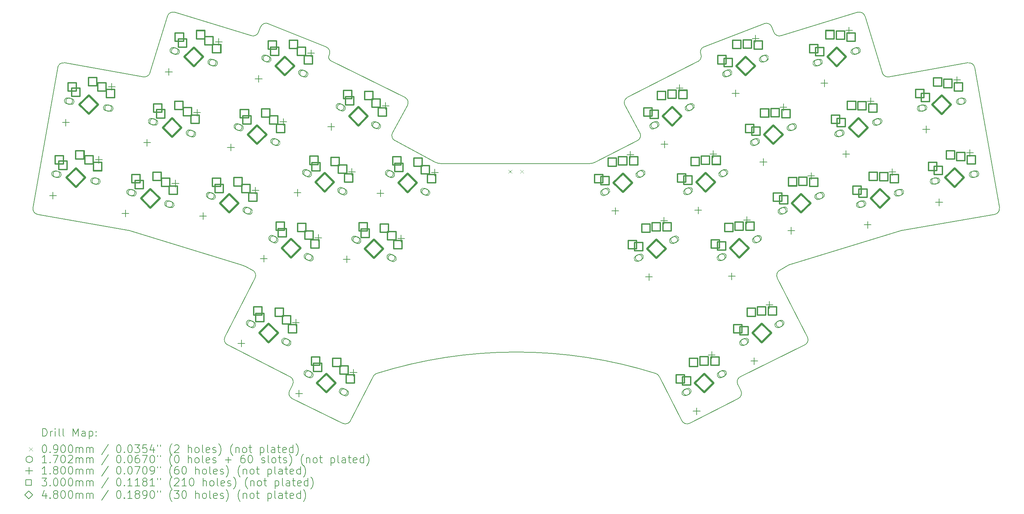
<source format=gbr>
%FSLAX45Y45*%
G04 Gerber Fmt 4.5, Leading zero omitted, Abs format (unit mm)*
G04 Created by KiCad (PCBNEW (6.0.4)) date 2022-08-21 15:28:55*
%MOMM*%
%LPD*%
G01*
G04 APERTURE LIST*
%TA.AperFunction,Profile*%
%ADD10C,0.150000*%
%TD*%
%ADD11C,0.200000*%
%ADD12C,0.090000*%
%ADD13C,0.170180*%
%ADD14C,0.180000*%
%ADD15C,0.300000*%
%ADD16C,0.480000*%
G04 APERTURE END LIST*
D10*
X18425774Y-6541436D02*
G75*
G03*
X18491326Y-6339686I-68114J133656D01*
G01*
X18170987Y-5430581D02*
G75*
G03*
X18105435Y-5632330I68093J-133649D01*
G01*
X24702596Y-4796523D02*
G75*
G03*
X24872086Y-4900389I143444J43853D01*
G01*
X24259181Y-3346191D02*
X24702593Y-4796524D01*
X10526640Y-4344890D02*
G75*
G03*
X10449137Y-4135785I-134000J69250D01*
G01*
X11074959Y-13727234D02*
X11654662Y-12589502D01*
X5381439Y-8844415D02*
X8279884Y-9730558D01*
X10873210Y-13792786D02*
G75*
G03*
X11074959Y-13727234I68100J133646D01*
G01*
X7854779Y-11578842D02*
X8626563Y-10064131D01*
X18896132Y-12514515D02*
G75*
G03*
X11743295Y-12514515I-3576418J-11367363D01*
G01*
X8530773Y-3846814D02*
G75*
G03*
X8713705Y-3759564I43857J143444D01*
G01*
X13385657Y-7127380D02*
X17203771Y-7127380D01*
X2933917Y-8259401D02*
X3567733Y-4664853D01*
X25225797Y-8840140D02*
G75*
G03*
X25207988Y-8844415I26013J-147590D01*
G01*
X24259182Y-3346191D02*
G75*
G03*
X24071880Y-3246601I-143442J-43849D01*
G01*
X11743296Y-12514516D02*
G75*
G03*
X11654662Y-12589502I45024J-143094D01*
G01*
X18984766Y-12589502D02*
X19564469Y-13727234D01*
X12148101Y-6339686D02*
X12533993Y-5632330D01*
X5381439Y-8844415D02*
G75*
G03*
X5363631Y-8840139I-43859J-143465D01*
G01*
X19766219Y-13792787D02*
X21013628Y-13157200D01*
X22108657Y-3846819D02*
X24071880Y-3246601D01*
X8965643Y-3536414D02*
X10449137Y-4135785D01*
X18105435Y-5632330D02*
X18491326Y-6339686D01*
X22719095Y-11780590D02*
G75*
G03*
X22784649Y-11578842I-68095J133650D01*
G01*
X7920332Y-11780592D02*
X9524144Y-12597775D01*
X3741501Y-4543184D02*
G75*
G03*
X3567733Y-4664853I-26051J-147716D01*
G01*
X20116800Y-4140200D02*
X21673785Y-3536414D01*
X12533994Y-5632331D02*
G75*
G03*
X12468441Y-5430581I-133674J68091D01*
G01*
X21925720Y-3759565D02*
G75*
G03*
X22108657Y-3846819I139080J56196D01*
G01*
X21869053Y-3619301D02*
X21925723Y-3759564D01*
X19981290Y-4508185D02*
G75*
G03*
X20052269Y-4318344I-68110J133655D01*
G01*
X8965643Y-3536416D02*
G75*
G03*
X8770375Y-3619301I-56193J-139074D01*
G01*
X5936835Y-4796524D02*
X6380246Y-3346191D01*
X5767342Y-4900390D02*
G75*
G03*
X5936835Y-4796524I26048J147720D01*
G01*
X8713705Y-3759564D02*
X8770375Y-3619301D01*
X24872086Y-4900389D02*
X26897926Y-4543179D01*
X8388110Y-9774285D02*
X8279884Y-9730558D01*
X22078417Y-9862381D02*
G75*
G03*
X22012865Y-10064131I68093J-133649D01*
G01*
X6567548Y-3246601D02*
X8530771Y-3846819D01*
X13249461Y-7094680D02*
G75*
G03*
X13385657Y-7127380I136199J267300D01*
G01*
X12148103Y-6339687D02*
G75*
G03*
X12213654Y-6541436I133637J-68103D01*
G01*
X21065284Y-12597775D02*
X22719096Y-11780592D01*
X22309544Y-9730558D02*
X25207988Y-8844415D01*
X27583837Y-8433171D02*
G75*
G03*
X27705511Y-8259401I-26047J147721D01*
G01*
X20116800Y-4140200D02*
G75*
G03*
X20052269Y-4318344I62970J-123570D01*
G01*
X17339968Y-7094681D02*
X18425774Y-6541435D01*
X3055591Y-8433170D02*
X5363631Y-8840139D01*
X21079180Y-12955450D02*
X20999732Y-12799524D01*
X10526639Y-4344889D02*
G75*
G03*
X10560349Y-4484387I93941J-51121D01*
G01*
X9589699Y-12799526D02*
G75*
G03*
X9524144Y-12597775I-133659J68096D01*
G01*
X9575800Y-13157200D02*
X10873209Y-13792787D01*
X27071695Y-4664853D02*
X27705511Y-8259401D01*
X7854778Y-11578842D02*
G75*
G03*
X7920332Y-11780592I133652J-68098D01*
G01*
X18170987Y-5430581D02*
X19981290Y-4508186D01*
X25225797Y-8840139D02*
X27583837Y-8433170D01*
X9510249Y-12955451D02*
G75*
G03*
X9575800Y-13157200I133651J-68099D01*
G01*
X3741502Y-4543179D02*
X5767342Y-4900389D01*
X10560349Y-4484387D02*
X12468441Y-5430581D01*
X9589696Y-12799524D02*
X9510248Y-12955450D01*
X21065286Y-12597777D02*
G75*
G03*
X20999732Y-12799524I68104J-133653D01*
G01*
X2933920Y-8259402D02*
G75*
G03*
X3055591Y-8433170I147720J-26048D01*
G01*
X18984767Y-12589501D02*
G75*
G03*
X18896132Y-12514515I-133667J-68119D01*
G01*
X22012865Y-10064131D02*
X22784648Y-11578842D01*
X21013628Y-13157201D02*
G75*
G03*
X21079180Y-12955450I-68098J133651D01*
G01*
X8626559Y-10064129D02*
G75*
G03*
X8561011Y-9862382I-133649J68099D01*
G01*
X19564471Y-13727234D02*
G75*
G03*
X19766219Y-13792787I133649J68094D01*
G01*
X21869052Y-3619301D02*
G75*
G03*
X21673785Y-3536414I-139072J-56179D01*
G01*
X6567547Y-3246606D02*
G75*
G03*
X6380246Y-3346191I-43857J-143444D01*
G01*
X12213654Y-6541436D02*
X13249460Y-7094681D01*
X8561011Y-9862382D02*
X8388110Y-9774285D01*
X17203771Y-7127380D02*
G75*
G03*
X17339968Y-7094682I10J299960D01*
G01*
X27071690Y-4664854D02*
G75*
G03*
X26897926Y-4543179I-147721J-26046D01*
G01*
X22309544Y-9730558D02*
X22078417Y-9862382D01*
D11*
D12*
X15121200Y-7288000D02*
X15211200Y-7378000D01*
X15211200Y-7288000D02*
X15121200Y-7378000D01*
X15421200Y-7288000D02*
X15511200Y-7378000D01*
X15511200Y-7288000D02*
X15421200Y-7378000D01*
D13*
X3619348Y-7400205D02*
G75*
G03*
X3619348Y-7400205I-85090J0D01*
G01*
D11*
X3471979Y-7465472D02*
X3570459Y-7482837D01*
X3498057Y-7317573D02*
X3596538Y-7334938D01*
X3570459Y-7482837D02*
G75*
G03*
X3596538Y-7334938I13039J73949D01*
G01*
X3498057Y-7317573D02*
G75*
G03*
X3471979Y-7465472I-13039J-73949D01*
G01*
D13*
X3948376Y-5527363D02*
G75*
G03*
X3948376Y-5527363I-85090J0D01*
G01*
D11*
X3801006Y-5592630D02*
X3899487Y-5609994D01*
X3827085Y-5444731D02*
X3925566Y-5462096D01*
X3899487Y-5609994D02*
G75*
G03*
X3925566Y-5462096I13039J73949D01*
G01*
X3827085Y-5444731D02*
G75*
G03*
X3801006Y-5592630I-13039J-73949D01*
G01*
D13*
X4619844Y-7577022D02*
G75*
G03*
X4619844Y-7577022I-85090J0D01*
G01*
D11*
X4472475Y-7642289D02*
X4570955Y-7659653D01*
X4498553Y-7494390D02*
X4597034Y-7511755D01*
X4570955Y-7659653D02*
G75*
G03*
X4597034Y-7511755I13039J73949D01*
G01*
X4498553Y-7494390D02*
G75*
G03*
X4472475Y-7642289I-13039J-73949D01*
G01*
D13*
X4948872Y-5704179D02*
G75*
G03*
X4948872Y-5704179I-85090J0D01*
G01*
D11*
X4801502Y-5769446D02*
X4899983Y-5786811D01*
X4827581Y-5621548D02*
X4926062Y-5638913D01*
X4899983Y-5786811D02*
G75*
G03*
X4926062Y-5638913I13039J73949D01*
G01*
X4827581Y-5621548D02*
G75*
G03*
X4801502Y-5769446I-13039J-73949D01*
G01*
D13*
X5543315Y-7874128D02*
G75*
G03*
X5543315Y-7874128I-85090J0D01*
G01*
D11*
X5388456Y-7931318D02*
X5484086Y-7960555D01*
X5432364Y-7787700D02*
X5527995Y-7816937D01*
X5484086Y-7960555D02*
G75*
G03*
X5527995Y-7816937I21954J71809D01*
G01*
X5432364Y-7787700D02*
G75*
G03*
X5388456Y-7931318I-21954J-71809D01*
G01*
D13*
X6098854Y-6057187D02*
G75*
G03*
X6098854Y-6057187I-85090J0D01*
G01*
D11*
X5943994Y-6114377D02*
X6039625Y-6143614D01*
X5987903Y-5970759D02*
X6083533Y-5999996D01*
X6039625Y-6143614D02*
G75*
G03*
X6083533Y-5999996I21954J71809D01*
G01*
X5987903Y-5970759D02*
G75*
G03*
X5943994Y-6114377I-21954J-71809D01*
G01*
D13*
X6514805Y-8171556D02*
G75*
G03*
X6514805Y-8171556I-85090J0D01*
G01*
D11*
X6359946Y-8228746D02*
X6455576Y-8257984D01*
X6403854Y-8085129D02*
X6499484Y-8114366D01*
X6455576Y-8257984D02*
G75*
G03*
X6499484Y-8114366I21954J71809D01*
G01*
X6403854Y-8085129D02*
G75*
G03*
X6359946Y-8228746I-21954J-71809D01*
G01*
D13*
X6654328Y-4240170D02*
G75*
G03*
X6654328Y-4240170I-85090J0D01*
G01*
D11*
X6499468Y-4297360D02*
X6595099Y-4326597D01*
X6543377Y-4153742D02*
X6639007Y-4182979D01*
X6595099Y-4326597D02*
G75*
G03*
X6639007Y-4182979I21954J71809D01*
G01*
X6543377Y-4153742D02*
G75*
G03*
X6499468Y-4297360I-21954J-71809D01*
G01*
D13*
X7070344Y-6354615D02*
G75*
G03*
X7070344Y-6354615I-85090J0D01*
G01*
D11*
X6915484Y-6411805D02*
X7011115Y-6441043D01*
X6959393Y-6268188D02*
X7055023Y-6297425D01*
X7011115Y-6441043D02*
G75*
G03*
X7055023Y-6297425I21954J71809D01*
G01*
X6959393Y-6268188D02*
G75*
G03*
X6915484Y-6411805I-21954J-71809D01*
G01*
D13*
X7579805Y-7956952D02*
G75*
G03*
X7579805Y-7956952I-85090J0D01*
G01*
D11*
X7420227Y-8007843D02*
X7512945Y-8045304D01*
X7476485Y-7868599D02*
X7569203Y-7906060D01*
X7512945Y-8045304D02*
G75*
G03*
X7569203Y-7906060I28129J69622D01*
G01*
X7476485Y-7868599D02*
G75*
G03*
X7420227Y-8007843I-28129J-69622D01*
G01*
D13*
X7625817Y-4537598D02*
G75*
G03*
X7625817Y-4537598I-85090J0D01*
G01*
D11*
X7470958Y-4594788D02*
X7566588Y-4624026D01*
X7514866Y-4451171D02*
X7610497Y-4480408D01*
X7566588Y-4624026D02*
G75*
G03*
X7610497Y-4480408I21954J71809D01*
G01*
X7514866Y-4451171D02*
G75*
G03*
X7470958Y-4594788I-21954J-71809D01*
G01*
D13*
X8291557Y-6195302D02*
G75*
G03*
X8291557Y-6195302I-85090J0D01*
G01*
D11*
X8131979Y-6246194D02*
X8224697Y-6283655D01*
X8188237Y-6106950D02*
X8280956Y-6144410D01*
X8224697Y-6283655D02*
G75*
G03*
X8280956Y-6144410I28129J69622D01*
G01*
X8188237Y-6106950D02*
G75*
G03*
X8131979Y-6246194I-28129J-69622D01*
G01*
D13*
X8521675Y-8337919D02*
G75*
G03*
X8521675Y-8337919I-85090J0D01*
G01*
D11*
X8362097Y-8388811D02*
X8454815Y-8426272D01*
X8418355Y-8249566D02*
X8511074Y-8287027D01*
X8454815Y-8426272D02*
G75*
G03*
X8511074Y-8287027I28129J69622D01*
G01*
X8418355Y-8249567D02*
G75*
G03*
X8362097Y-8388811I-28129J-69622D01*
G01*
D13*
X8606392Y-11244695D02*
G75*
G03*
X8606392Y-11244695I-85090J0D01*
G01*
D11*
X8442662Y-11288901D02*
X8531763Y-11334300D01*
X8510842Y-11155090D02*
X8599943Y-11200488D01*
X8531763Y-11334300D02*
G75*
G03*
X8599943Y-11200488I34090J66906D01*
G01*
X8510842Y-11155090D02*
G75*
G03*
X8442662Y-11288901I-34090J-66906D01*
G01*
D13*
X9003310Y-4433653D02*
G75*
G03*
X9003310Y-4433653I-85090J0D01*
G01*
D11*
X8843732Y-4484545D02*
X8936450Y-4522006D01*
X8899990Y-4345300D02*
X8992708Y-4382761D01*
X8936450Y-4522006D02*
G75*
G03*
X8992708Y-4382761I28129J69622D01*
G01*
X8899990Y-4345301D02*
G75*
G03*
X8843732Y-4484545I-28129J-69622D01*
G01*
D13*
X9181943Y-9068835D02*
G75*
G03*
X9181943Y-9068835I-85090J0D01*
G01*
D11*
X9018213Y-9113041D02*
X9107314Y-9158440D01*
X9086393Y-8979230D02*
X9175494Y-9024629D01*
X9107314Y-9158440D02*
G75*
G03*
X9175494Y-9024629I34090J66906D01*
G01*
X9086393Y-8979230D02*
G75*
G03*
X9018213Y-9113041I-34090J-66906D01*
G01*
D13*
X9233428Y-6576270D02*
G75*
G03*
X9233428Y-6576270I-85090J0D01*
G01*
D11*
X9073850Y-6627162D02*
X9166568Y-6664622D01*
X9130108Y-6487917D02*
X9222826Y-6525378D01*
X9166568Y-6664622D02*
G75*
G03*
X9222826Y-6525378I28129J69622D01*
G01*
X9130108Y-6487917D02*
G75*
G03*
X9073850Y-6627162I-28129J-69622D01*
G01*
D13*
X9511475Y-11706302D02*
G75*
G03*
X9511475Y-11706302I-85090J0D01*
G01*
D11*
X9347745Y-11750508D02*
X9436845Y-11795907D01*
X9415925Y-11616697D02*
X9505026Y-11662096D01*
X9436845Y-11795907D02*
G75*
G03*
X9505026Y-11662096I34090J66906D01*
G01*
X9415925Y-11616697D02*
G75*
G03*
X9347745Y-11750508I-34090J-66906D01*
G01*
D13*
X9945180Y-4814621D02*
G75*
G03*
X9945180Y-4814621I-85090J0D01*
G01*
D11*
X9785602Y-4865512D02*
X9878320Y-4902973D01*
X9841860Y-4726268D02*
X9934579Y-4763729D01*
X9878320Y-4902973D02*
G75*
G03*
X9934579Y-4763729I28129J69622D01*
G01*
X9841860Y-4726268D02*
G75*
G03*
X9785602Y-4865512I-28129J-69622D01*
G01*
D13*
X10044525Y-7375922D02*
G75*
G03*
X10044525Y-7375922I-85090J0D01*
G01*
D11*
X9880795Y-7420129D02*
X9969895Y-7465528D01*
X9948975Y-7286317D02*
X10038076Y-7331716D01*
X9969895Y-7465528D02*
G75*
G03*
X10038076Y-7331716I34090J66906D01*
G01*
X9948975Y-7286317D02*
G75*
G03*
X9880795Y-7420129I-34090J-66906D01*
G01*
D13*
X10083659Y-12530505D02*
G75*
G03*
X10083659Y-12530505I-85090J0D01*
G01*
D11*
X9919929Y-12574711D02*
X10009029Y-12620110D01*
X9988109Y-12440900D02*
X10077210Y-12486299D01*
X10009029Y-12620110D02*
G75*
G03*
X10077210Y-12486299I34090J66906D01*
G01*
X9988109Y-12440900D02*
G75*
G03*
X9919929Y-12574711I-34090J-66906D01*
G01*
D13*
X10087026Y-9530442D02*
G75*
G03*
X10087026Y-9530442I-85090J0D01*
G01*
D11*
X9923296Y-9574648D02*
X10012396Y-9620047D01*
X9991476Y-9440837D02*
X10080577Y-9486236D01*
X10012396Y-9620047D02*
G75*
G03*
X10080577Y-9486236I34090J66906D01*
G01*
X9991476Y-9440837D02*
G75*
G03*
X9923296Y-9574648I-34090J-66906D01*
G01*
D13*
X10907107Y-5683010D02*
G75*
G03*
X10907107Y-5683010I-85090J0D01*
G01*
D11*
X10743377Y-5727216D02*
X10832477Y-5772615D01*
X10811557Y-5593405D02*
X10900658Y-5638804D01*
X10832477Y-5772615D02*
G75*
G03*
X10900658Y-5638804I34090J66906D01*
G01*
X10811557Y-5593405D02*
G75*
G03*
X10743377Y-5727216I-34090J-66906D01*
G01*
D13*
X10949608Y-7837530D02*
G75*
G03*
X10949608Y-7837530I-85090J0D01*
G01*
D11*
X10785878Y-7881736D02*
X10874978Y-7927135D01*
X10854058Y-7747925D02*
X10943159Y-7793324D01*
X10874978Y-7927135D02*
G75*
G03*
X10943158Y-7793324I34090J66906D01*
G01*
X10854058Y-7747925D02*
G75*
G03*
X10785878Y-7881736I-34090J-66906D01*
G01*
D13*
X10988742Y-12992112D02*
G75*
G03*
X10988742Y-12992112I-85090J0D01*
G01*
D11*
X10825012Y-13036318D02*
X10914112Y-13081717D01*
X10893192Y-12902507D02*
X10982293Y-12947906D01*
X10914112Y-13081717D02*
G75*
G03*
X10982292Y-12947906I34090J66906D01*
G01*
X10893192Y-12902507D02*
G75*
G03*
X10825012Y-13036318I-34090J-66906D01*
G01*
D13*
X11306147Y-9084961D02*
G75*
G03*
X11306147Y-9084961I-85090J0D01*
G01*
D11*
X11142416Y-9129167D02*
X11231517Y-9174566D01*
X11210596Y-8995355D02*
X11299697Y-9040754D01*
X11231517Y-9174566D02*
G75*
G03*
X11299697Y-9040754I34090J66906D01*
G01*
X11210596Y-8995355D02*
G75*
G03*
X11142416Y-9129167I-34090J-66906D01*
G01*
D13*
X11812190Y-6144617D02*
G75*
G03*
X11812190Y-6144617I-85090J0D01*
G01*
D11*
X11648459Y-6188824D02*
X11737560Y-6234223D01*
X11716640Y-6055012D02*
X11805740Y-6100411D01*
X11737560Y-6234223D02*
G75*
G03*
X11805740Y-6100411I34090J66906D01*
G01*
X11716640Y-6055012D02*
G75*
G03*
X11648460Y-6188824I-34090J-66906D01*
G01*
D13*
X12168729Y-7392048D02*
G75*
G03*
X12168729Y-7392048I-85090J0D01*
G01*
D11*
X12004998Y-7436254D02*
X12094099Y-7481653D01*
X12073178Y-7302443D02*
X12162279Y-7347842D01*
X12094099Y-7481653D02*
G75*
G03*
X12162279Y-7347842I34090J66906D01*
G01*
X12073178Y-7302443D02*
G75*
G03*
X12004998Y-7436254I-34090J-66906D01*
G01*
D13*
X12211229Y-9546568D02*
G75*
G03*
X12211229Y-9546568I-85090J0D01*
G01*
D11*
X12047499Y-9590774D02*
X12136600Y-9636173D01*
X12115679Y-9456963D02*
X12204780Y-9502362D01*
X12136600Y-9636173D02*
G75*
G03*
X12204780Y-9502362I34090J66906D01*
G01*
X12115679Y-9456963D02*
G75*
G03*
X12047499Y-9590774I-34090J-66906D01*
G01*
D13*
X13073811Y-7853655D02*
G75*
G03*
X13073811Y-7853655I-85090J0D01*
G01*
D11*
X12910081Y-7897862D02*
X12999182Y-7943261D01*
X12978261Y-7764050D02*
X13067362Y-7809449D01*
X12999182Y-7943261D02*
G75*
G03*
X13067362Y-7809449I34090J66906D01*
G01*
X12978261Y-7764050D02*
G75*
G03*
X12910081Y-7897862I-34090J-66906D01*
G01*
D13*
X17685564Y-7853083D02*
G75*
G03*
X17685564Y-7853083I-85090J0D01*
G01*
D11*
X17590014Y-7942689D02*
X17679115Y-7897290D01*
X17521834Y-7808877D02*
X17610934Y-7763478D01*
X17679115Y-7897290D02*
G75*
G03*
X17610934Y-7763478I-34090J66906D01*
G01*
X17521834Y-7808877D02*
G75*
G03*
X17590014Y-7942689I34090J-66906D01*
G01*
D13*
X18548146Y-9545996D02*
G75*
G03*
X18548146Y-9545996I-85090J0D01*
G01*
D11*
X18452596Y-9635601D02*
X18541697Y-9590202D01*
X18384416Y-9501790D02*
X18473516Y-9456391D01*
X18541697Y-9590202D02*
G75*
G03*
X18473516Y-9456391I-34090J66906D01*
G01*
X18384416Y-9501790D02*
G75*
G03*
X18452596Y-9635601I34090J-66906D01*
G01*
D13*
X18591007Y-7392182D02*
G75*
G03*
X18591007Y-7392182I-85090J0D01*
G01*
D11*
X18495456Y-7481787D02*
X18584557Y-7436388D01*
X18427276Y-7347976D02*
X18516377Y-7302577D01*
X18584557Y-7436388D02*
G75*
G03*
X18516377Y-7302577I-34090J66906D01*
G01*
X18427276Y-7347976D02*
G75*
G03*
X18495456Y-7481787I34090J-66906D01*
G01*
D13*
X18947186Y-6144045D02*
G75*
G03*
X18947186Y-6144045I-85090J0D01*
G01*
D11*
X18851635Y-6233651D02*
X18940736Y-6188252D01*
X18783455Y-6099839D02*
X18872556Y-6054440D01*
X18940736Y-6188252D02*
G75*
G03*
X18872556Y-6054440I-34090J66906D01*
G01*
X18783455Y-6099839D02*
G75*
G03*
X18851635Y-6233651I34090J-66906D01*
G01*
D13*
X19453589Y-9085095D02*
G75*
G03*
X19453589Y-9085095I-85090J0D01*
G01*
D11*
X19358038Y-9174700D02*
X19447139Y-9129301D01*
X19289858Y-9040888D02*
X19378959Y-8995489D01*
X19447139Y-9129301D02*
G75*
G03*
X19378959Y-8995489I-34090J66906D01*
G01*
X19289858Y-9040888D02*
G75*
G03*
X19358038Y-9174700I34090J-66906D01*
G01*
D13*
X19770634Y-12991540D02*
G75*
G03*
X19770634Y-12991540I-85090J0D01*
G01*
D11*
X19675083Y-13081145D02*
X19764184Y-13035746D01*
X19606903Y-12947334D02*
X19696004Y-12901935D01*
X19764184Y-13035746D02*
G75*
G03*
X19696004Y-12901935I-34090J66906D01*
G01*
X19606903Y-12947334D02*
G75*
G03*
X19675083Y-13081145I34090J-66906D01*
G01*
D13*
X19809768Y-7836958D02*
G75*
G03*
X19809768Y-7836958I-85090J0D01*
G01*
D11*
X19714217Y-7926563D02*
X19803318Y-7881164D01*
X19646037Y-7792752D02*
X19735138Y-7747353D01*
X19803318Y-7881164D02*
G75*
G03*
X19735138Y-7747353I-34090J66906D01*
G01*
X19646037Y-7792752D02*
G75*
G03*
X19714217Y-7926563I34090J-66906D01*
G01*
D13*
X19852628Y-5683144D02*
G75*
G03*
X19852628Y-5683144I-85090J0D01*
G01*
D11*
X19757078Y-5772749D02*
X19846178Y-5727350D01*
X19688897Y-5638938D02*
X19777998Y-5593539D01*
X19846178Y-5727350D02*
G75*
G03*
X19777998Y-5593539I-34090J66906D01*
G01*
X19688898Y-5638938D02*
G75*
G03*
X19757078Y-5772749I34090J-66906D01*
G01*
D13*
X20672349Y-9529870D02*
G75*
G03*
X20672349Y-9529870I-85090J0D01*
G01*
D11*
X20576799Y-9619475D02*
X20665900Y-9574076D01*
X20508619Y-9485664D02*
X20597720Y-9440265D01*
X20665900Y-9574076D02*
G75*
G03*
X20597720Y-9440265I-34090J66906D01*
G01*
X20508619Y-9485664D02*
G75*
G03*
X20576799Y-9619475I34090J-66906D01*
G01*
D13*
X20676076Y-12530639D02*
G75*
G03*
X20676076Y-12530639I-85090J0D01*
G01*
D11*
X20580526Y-12620244D02*
X20669626Y-12574845D01*
X20512345Y-12486432D02*
X20601446Y-12441033D01*
X20669626Y-12574845D02*
G75*
G03*
X20601446Y-12441033I-34090J66906D01*
G01*
X20512346Y-12486432D02*
G75*
G03*
X20580526Y-12620244I34090J-66906D01*
G01*
D13*
X20715210Y-7376056D02*
G75*
G03*
X20715210Y-7376056I-85090J0D01*
G01*
D11*
X20619660Y-7465662D02*
X20708760Y-7420263D01*
X20551479Y-7331850D02*
X20640580Y-7286451D01*
X20708760Y-7420263D02*
G75*
G03*
X20640580Y-7286451I-34090J66906D01*
G01*
X20551480Y-7331850D02*
G75*
G03*
X20619660Y-7465662I34090J-66906D01*
G01*
D13*
X20814244Y-4814073D02*
G75*
G03*
X20814244Y-4814073I-85090J0D01*
G01*
D11*
X20710924Y-4902425D02*
X20803642Y-4864965D01*
X20654666Y-4763181D02*
X20747384Y-4725720D01*
X20803642Y-4864965D02*
G75*
G03*
X20747384Y-4725720I-28129J69622D01*
G01*
X20654666Y-4763181D02*
G75*
G03*
X20710924Y-4902425I28129J-69622D01*
G01*
D13*
X21247900Y-11705730D02*
G75*
G03*
X21247900Y-11705730I-85090J0D01*
G01*
D11*
X21152350Y-11795335D02*
X21241451Y-11749936D01*
X21084170Y-11661524D02*
X21173271Y-11616125D01*
X21241451Y-11749936D02*
G75*
G03*
X21173271Y-11616125I-34090J66906D01*
G01*
X21084170Y-11661524D02*
G75*
G03*
X21152350Y-11795335I34090J-66906D01*
G01*
D13*
X21525996Y-6575722D02*
G75*
G03*
X21525996Y-6575722I-85090J0D01*
G01*
D11*
X21422676Y-6664074D02*
X21515395Y-6626614D01*
X21366418Y-6524830D02*
X21459136Y-6487369D01*
X21515395Y-6626614D02*
G75*
G03*
X21459136Y-6487369I-28129J69622D01*
G01*
X21366418Y-6524830D02*
G75*
G03*
X21422676Y-6664074I28129J-69622D01*
G01*
D13*
X21577792Y-9068969D02*
G75*
G03*
X21577792Y-9068969I-85090J0D01*
G01*
D11*
X21482242Y-9158574D02*
X21571342Y-9113175D01*
X21414061Y-9024763D02*
X21503162Y-8979364D01*
X21571342Y-9113175D02*
G75*
G03*
X21503162Y-8979364I-34090J66906D01*
G01*
X21414061Y-9024763D02*
G75*
G03*
X21482242Y-9158574I34090J-66906D01*
G01*
D13*
X21756411Y-4433840D02*
G75*
G03*
X21756411Y-4433840I-85090J0D01*
G01*
D11*
X21653091Y-4522192D02*
X21745810Y-4484732D01*
X21596833Y-4382948D02*
X21689551Y-4345487D01*
X21745810Y-4484732D02*
G75*
G03*
X21689551Y-4345487I-28129J69622D01*
G01*
X21596833Y-4382948D02*
G75*
G03*
X21653091Y-4522192I28129J-69622D01*
G01*
D13*
X22153343Y-11244829D02*
G75*
G03*
X22153343Y-11244829I-85090J0D01*
G01*
D11*
X22057793Y-11334434D02*
X22146893Y-11289035D01*
X21989612Y-11200622D02*
X22078713Y-11155223D01*
X22146893Y-11289035D02*
G75*
G03*
X22078713Y-11155223I-34090J66906D01*
G01*
X21989612Y-11200622D02*
G75*
G03*
X22057793Y-11334434I34090J-66906D01*
G01*
D13*
X22237749Y-8337371D02*
G75*
G03*
X22237749Y-8337371I-85090J0D01*
G01*
D11*
X22134429Y-8425724D02*
X22227147Y-8388263D01*
X22078171Y-8286479D02*
X22170889Y-8249019D01*
X22227147Y-8388263D02*
G75*
G03*
X22170889Y-8249019I-28129J69622D01*
G01*
X22078171Y-8286479D02*
G75*
G03*
X22134429Y-8425724I28129J-69622D01*
G01*
D13*
X22468164Y-6195489D02*
G75*
G03*
X22468164Y-6195489I-85090J0D01*
G01*
D11*
X22364844Y-6283841D02*
X22457562Y-6246381D01*
X22308585Y-6144597D02*
X22401304Y-6107136D01*
X22457562Y-6246381D02*
G75*
G03*
X22401304Y-6107136I-28129J69622D01*
G01*
X22308585Y-6144597D02*
G75*
G03*
X22364844Y-6283841I28129J-69622D01*
G01*
D13*
X23133653Y-4537078D02*
G75*
G03*
X23133653Y-4537078I-85090J0D01*
G01*
D11*
X23022702Y-4623506D02*
X23118333Y-4594269D01*
X22978794Y-4479888D02*
X23074424Y-4450651D01*
X23118333Y-4594269D02*
G75*
G03*
X23074424Y-4450651I-21954J71809D01*
G01*
X22978794Y-4479888D02*
G75*
G03*
X23022702Y-4623506I21954J-71809D01*
G01*
D13*
X23179916Y-7957138D02*
G75*
G03*
X23179916Y-7957138I-85090J0D01*
G01*
D11*
X23076596Y-8045491D02*
X23169314Y-8008030D01*
X23020338Y-7906246D02*
X23113056Y-7868786D01*
X23169314Y-8008030D02*
G75*
G03*
X23113056Y-7868786I-28129J69622D01*
G01*
X23020338Y-7906246D02*
G75*
G03*
X23076596Y-8045491I28129J-69622D01*
G01*
D13*
X23689160Y-6354057D02*
G75*
G03*
X23689160Y-6354057I-85090J0D01*
G01*
D11*
X23578209Y-6440485D02*
X23673839Y-6411248D01*
X23534300Y-6296867D02*
X23629931Y-6267630D01*
X23673839Y-6411248D02*
G75*
G03*
X23629931Y-6267630I-21954J71809D01*
G01*
X23534300Y-6296867D02*
G75*
G03*
X23578209Y-6440485I21954J-71809D01*
G01*
D13*
X24105375Y-4240407D02*
G75*
G03*
X24105375Y-4240407I-85090J0D01*
G01*
D11*
X23994424Y-4326835D02*
X24090054Y-4297598D01*
X23950515Y-4183217D02*
X24046146Y-4153980D01*
X24090054Y-4297598D02*
G75*
G03*
X24046146Y-4153980I-21954J71809D01*
G01*
X23950515Y-4183217D02*
G75*
G03*
X23994424Y-4326835I21954J-71809D01*
G01*
D13*
X24244666Y-8171036D02*
G75*
G03*
X24244666Y-8171036I-85090J0D01*
G01*
D11*
X24133715Y-8257464D02*
X24229345Y-8228227D01*
X24089806Y-8113846D02*
X24185437Y-8084609D01*
X24229345Y-8228227D02*
G75*
G03*
X24185437Y-8084609I-21954J71809D01*
G01*
X24089806Y-8113846D02*
G75*
G03*
X24133715Y-8257464I21954J-71809D01*
G01*
D13*
X24660881Y-6057386D02*
G75*
G03*
X24660881Y-6057386I-85090J0D01*
G01*
D11*
X24549930Y-6143814D02*
X24645560Y-6114577D01*
X24506022Y-6000196D02*
X24601652Y-5970959D01*
X24645560Y-6114577D02*
G75*
G03*
X24601652Y-5970959I-21954J71809D01*
G01*
X24506022Y-6000196D02*
G75*
G03*
X24549930Y-6143814I21954J-71809D01*
G01*
D13*
X25216387Y-7874365D02*
G75*
G03*
X25216387Y-7874365I-85090J0D01*
G01*
D11*
X25105436Y-7960793D02*
X25201067Y-7931556D01*
X25061528Y-7817175D02*
X25157158Y-7787938D01*
X25201067Y-7931556D02*
G75*
G03*
X25157158Y-7787938I-21954J71809D01*
G01*
X25061528Y-7817175D02*
G75*
G03*
X25105436Y-7960793I21954J-71809D01*
G01*
D13*
X25809129Y-5705069D02*
G75*
G03*
X25809129Y-5705069I-85090J0D01*
G01*
D11*
X25687837Y-5787701D02*
X25786318Y-5770336D01*
X25661759Y-5639802D02*
X25760240Y-5622438D01*
X25786318Y-5770336D02*
G75*
G03*
X25760240Y-5622438I-13039J73949D01*
G01*
X25661759Y-5639802D02*
G75*
G03*
X25687837Y-5787701I13039J-73949D01*
G01*
D13*
X26139655Y-7576586D02*
G75*
G03*
X26139655Y-7576586I-85090J0D01*
G01*
D11*
X26018364Y-7659217D02*
X26116845Y-7641853D01*
X25992286Y-7511319D02*
X26090766Y-7493954D01*
X26116845Y-7641853D02*
G75*
G03*
X26090766Y-7493954I-13039J73949D01*
G01*
X25992286Y-7511319D02*
G75*
G03*
X26018364Y-7659217I13039J-73949D01*
G01*
D13*
X26809762Y-5529033D02*
G75*
G03*
X26809762Y-5529033I-85090J0D01*
G01*
D11*
X26688471Y-5611664D02*
X26786952Y-5594300D01*
X26662392Y-5463766D02*
X26760873Y-5446401D01*
X26786952Y-5594300D02*
G75*
G03*
X26760873Y-5446401I-13039J73949D01*
G01*
X26662392Y-5463766D02*
G75*
G03*
X26688471Y-5611664I13039J-73949D01*
G01*
D13*
X27140289Y-7400549D02*
G75*
G03*
X27140289Y-7400549I-85090J0D01*
G01*
D11*
X27018997Y-7483181D02*
X27117478Y-7465816D01*
X26992919Y-7335283D02*
X27091400Y-7317918D01*
X27117478Y-7465816D02*
G75*
G03*
X27091400Y-7317918I-13039J73949D01*
G01*
X26992919Y-7335283D02*
G75*
G03*
X27018997Y-7483181I13039J-73949D01*
G01*
D14*
X3446107Y-7858223D02*
X3446107Y-8038223D01*
X3356107Y-7948223D02*
X3536107Y-7948223D01*
X3775134Y-5985381D02*
X3775134Y-6165381D01*
X3685134Y-6075381D02*
X3865134Y-6075381D01*
X4623664Y-6938735D02*
X4623664Y-7118735D01*
X4533664Y-7028735D02*
X4713664Y-7028735D01*
X4952692Y-5065893D02*
X4952692Y-5245893D01*
X4862692Y-5155893D02*
X5042692Y-5155893D01*
X5303944Y-8317318D02*
X5303944Y-8497318D01*
X5213944Y-8407318D02*
X5393944Y-8407318D01*
X5859483Y-6500377D02*
X5859483Y-6680377D01*
X5769483Y-6590377D02*
X5949483Y-6590377D01*
X6414956Y-4683360D02*
X6414956Y-4863360D01*
X6324956Y-4773360D02*
X6504956Y-4773360D01*
X6584781Y-7548192D02*
X6584781Y-7728192D01*
X6494781Y-7638192D02*
X6674781Y-7638192D01*
X7140320Y-5731251D02*
X7140320Y-5911251D01*
X7050320Y-5821251D02*
X7230320Y-5821251D01*
X7294550Y-8384667D02*
X7294550Y-8564667D01*
X7204550Y-8474667D02*
X7384550Y-8474667D01*
X7695794Y-3914233D02*
X7695794Y-4094233D01*
X7605794Y-4004233D02*
X7785794Y-4004233D01*
X8006303Y-6623017D02*
X8006303Y-6803017D01*
X7916303Y-6713017D02*
X8096303Y-6713017D01*
X8276777Y-11652994D02*
X8276777Y-11832994D01*
X8186777Y-11742994D02*
X8366777Y-11742994D01*
X8637548Y-7730099D02*
X8637548Y-7910099D01*
X8547548Y-7820099D02*
X8727548Y-7820099D01*
X8718055Y-4861368D02*
X8718055Y-5041368D01*
X8628055Y-4951368D02*
X8808055Y-4951368D01*
X8852329Y-9477134D02*
X8852329Y-9657134D01*
X8762329Y-9567134D02*
X8942329Y-9567134D01*
X9349300Y-5968450D02*
X9349300Y-6148450D01*
X9259300Y-6058450D02*
X9439300Y-6058450D01*
X9671714Y-11117967D02*
X9671714Y-11297967D01*
X9581714Y-11207967D02*
X9761714Y-11207967D01*
X9714910Y-7784222D02*
X9714910Y-7964222D01*
X9624910Y-7874222D02*
X9804910Y-7874222D01*
X9754044Y-12938804D02*
X9754044Y-13118804D01*
X9664044Y-13028804D02*
X9844044Y-13028804D01*
X10061053Y-4206801D02*
X10061053Y-4386801D01*
X9971053Y-4296801D02*
X10151053Y-4296801D01*
X10247265Y-8942108D02*
X10247265Y-9122108D01*
X10157265Y-9032108D02*
X10337265Y-9032108D01*
X10577492Y-6091309D02*
X10577492Y-6271309D01*
X10487492Y-6181309D02*
X10667492Y-6181309D01*
X10976532Y-9493260D02*
X10976532Y-9673260D01*
X10886532Y-9583260D02*
X11066532Y-9583260D01*
X11109846Y-7249195D02*
X11109846Y-7429195D01*
X11019846Y-7339195D02*
X11199846Y-7339195D01*
X11148980Y-12403777D02*
X11148980Y-12583777D01*
X11058980Y-12493777D02*
X11238980Y-12493777D01*
X11839114Y-7800348D02*
X11839114Y-7980348D01*
X11749114Y-7890348D02*
X11929114Y-7890348D01*
X11972428Y-5556283D02*
X11972428Y-5736283D01*
X11882428Y-5646283D02*
X12062428Y-5646283D01*
X12371468Y-8958233D02*
X12371468Y-9138233D01*
X12281468Y-9048233D02*
X12461468Y-9048233D01*
X13234050Y-7265321D02*
X13234050Y-7445321D01*
X13144050Y-7355321D02*
X13324050Y-7355321D01*
X17859879Y-8253801D02*
X17859879Y-8433801D01*
X17769879Y-8343801D02*
X17949879Y-8343801D01*
X18246956Y-6810794D02*
X18246956Y-6990794D01*
X18156956Y-6900794D02*
X18336956Y-6900794D01*
X18722461Y-9946714D02*
X18722461Y-10126714D01*
X18632461Y-10036714D02*
X18812461Y-10036714D01*
X19109538Y-8503706D02*
X19109538Y-8683706D01*
X19019538Y-8593706D02*
X19199538Y-8593706D01*
X19121500Y-6544763D02*
X19121500Y-6724763D01*
X19031500Y-6634763D02*
X19211500Y-6634763D01*
X19508577Y-5101756D02*
X19508577Y-5281756D01*
X19418577Y-5191756D02*
X19598577Y-5191756D01*
X19944948Y-13392258D02*
X19944948Y-13572258D01*
X19854948Y-13482258D02*
X20034948Y-13482258D01*
X19984082Y-8237676D02*
X19984082Y-8417676D01*
X19894082Y-8327676D02*
X20074082Y-8327676D01*
X20332025Y-11949250D02*
X20332025Y-12129250D01*
X20242025Y-12039250D02*
X20422025Y-12039250D01*
X20371159Y-6794668D02*
X20371159Y-6974668D01*
X20281159Y-6884668D02*
X20461159Y-6884668D01*
X20846664Y-9930588D02*
X20846664Y-10110588D01*
X20756664Y-10020588D02*
X20936664Y-10020588D01*
X20944803Y-5235532D02*
X20944803Y-5415532D01*
X20854803Y-5325532D02*
X21034803Y-5325532D01*
X21233741Y-8487580D02*
X21233741Y-8667580D01*
X21143741Y-8577580D02*
X21323741Y-8577580D01*
X21422215Y-12106448D02*
X21422215Y-12286448D01*
X21332215Y-12196448D02*
X21512215Y-12196448D01*
X21456173Y-3831751D02*
X21456173Y-4011751D01*
X21366173Y-3921751D02*
X21546173Y-3921751D01*
X21656555Y-6997181D02*
X21656555Y-7177181D01*
X21566555Y-7087181D02*
X21746555Y-7087181D01*
X21809292Y-10663440D02*
X21809292Y-10843440D01*
X21719292Y-10753440D02*
X21899292Y-10753440D01*
X22167926Y-5593400D02*
X22167926Y-5773400D01*
X22077926Y-5683400D02*
X22257926Y-5683400D01*
X22368308Y-8758830D02*
X22368308Y-8938830D01*
X22278308Y-8848830D02*
X22458308Y-8848830D01*
X22879678Y-7355050D02*
X22879678Y-7535050D01*
X22789678Y-7445050D02*
X22969678Y-7445050D01*
X23218815Y-4975386D02*
X23218815Y-5155386D01*
X23128815Y-5065386D02*
X23308815Y-5065386D01*
X23774321Y-6792365D02*
X23774321Y-6972365D01*
X23684321Y-6882365D02*
X23864321Y-6882365D01*
X23850587Y-3621516D02*
X23850587Y-3801516D01*
X23760587Y-3711516D02*
X23940587Y-3711516D01*
X24329827Y-8609344D02*
X24329827Y-8789344D01*
X24239827Y-8699344D02*
X24419827Y-8699344D01*
X24406093Y-5438495D02*
X24406093Y-5618495D01*
X24316093Y-5528495D02*
X24496093Y-5528495D01*
X24961599Y-7255474D02*
X24961599Y-7435474D01*
X24871599Y-7345474D02*
X25051599Y-7345474D01*
X25828636Y-6160188D02*
X25828636Y-6340188D01*
X25738636Y-6250188D02*
X25918636Y-6250188D01*
X26159163Y-8031704D02*
X26159163Y-8211704D01*
X26069163Y-8121704D02*
X26249163Y-8121704D01*
X26620695Y-4893403D02*
X26620695Y-5073403D01*
X26530695Y-4983403D02*
X26710695Y-4983403D01*
X26951221Y-6764919D02*
X26951221Y-6944919D01*
X26861221Y-6854919D02*
X27041221Y-6854919D01*
D15*
X3713548Y-7138465D02*
X3713548Y-6926331D01*
X3501414Y-6926331D01*
X3501414Y-7138465D01*
X3713548Y-7138465D01*
X3809434Y-7278574D02*
X3809434Y-7066440D01*
X3597300Y-7066440D01*
X3597300Y-7278574D01*
X3809434Y-7278574D01*
X4042576Y-5265622D02*
X4042576Y-5053488D01*
X3830442Y-5053488D01*
X3830442Y-5265622D01*
X4042576Y-5265622D01*
X4138461Y-5405732D02*
X4138461Y-5193598D01*
X3926327Y-5193598D01*
X3926327Y-5405732D01*
X4138461Y-5405732D01*
X4243860Y-7008915D02*
X4243860Y-6796781D01*
X4031725Y-6796781D01*
X4031725Y-7008915D01*
X4243860Y-7008915D01*
X4244154Y-7008631D02*
X4244154Y-6796497D01*
X4032020Y-6796497D01*
X4032020Y-7008631D01*
X4244154Y-7008631D01*
X4478893Y-7138700D02*
X4478893Y-6926566D01*
X4266759Y-6926566D01*
X4266759Y-7138700D01*
X4478893Y-7138700D01*
X4572887Y-5136073D02*
X4572887Y-4923939D01*
X4360753Y-4923939D01*
X4360753Y-5136073D01*
X4572887Y-5136073D01*
X4573182Y-5135789D02*
X4573182Y-4923655D01*
X4361048Y-4923655D01*
X4361048Y-5135789D01*
X4573182Y-5135789D01*
X4698061Y-7312397D02*
X4698061Y-7100263D01*
X4485927Y-7100263D01*
X4485927Y-7312397D01*
X4698061Y-7312397D01*
X4698356Y-7312113D02*
X4698356Y-7099979D01*
X4486222Y-7099979D01*
X4486222Y-7312113D01*
X4698356Y-7312113D01*
X4807921Y-5265858D02*
X4807921Y-5053724D01*
X4595787Y-5053724D01*
X4595787Y-5265858D01*
X4807921Y-5265858D01*
X5027089Y-5439554D02*
X5027089Y-5227420D01*
X4814955Y-5227420D01*
X4814955Y-5439554D01*
X5027089Y-5439554D01*
X5027384Y-5439271D02*
X5027384Y-5227137D01*
X4815250Y-5227137D01*
X4815250Y-5439271D01*
X5027384Y-5439271D01*
X5681794Y-7624052D02*
X5681794Y-7411918D01*
X5469660Y-7411918D01*
X5469660Y-7624052D01*
X5681794Y-7624052D01*
X5759890Y-7774803D02*
X5759890Y-7562669D01*
X5547756Y-7562669D01*
X5547756Y-7774803D01*
X5759890Y-7774803D01*
X6223940Y-7560097D02*
X6223940Y-7347963D01*
X6011806Y-7347963D01*
X6011806Y-7560097D01*
X6223940Y-7560097D01*
X6224268Y-7559851D02*
X6224268Y-7347717D01*
X6012134Y-7347717D01*
X6012134Y-7559851D01*
X6224268Y-7559851D01*
X6237332Y-5807111D02*
X6237332Y-5594977D01*
X6025198Y-5594977D01*
X6025198Y-5807111D01*
X6237332Y-5807111D01*
X6315428Y-5957862D02*
X6315428Y-5745728D01*
X6103294Y-5745728D01*
X6103294Y-5957862D01*
X6315428Y-5957862D01*
X6441405Y-7717558D02*
X6441405Y-7505424D01*
X6229271Y-7505424D01*
X6229271Y-7717558D01*
X6441405Y-7717558D01*
X6637771Y-7916670D02*
X6637771Y-7704536D01*
X6425637Y-7704536D01*
X6425637Y-7916670D01*
X6637771Y-7916670D01*
X6638098Y-7916424D02*
X6638098Y-7704290D01*
X6425964Y-7704290D01*
X6425964Y-7916424D01*
X6638098Y-7916424D01*
X6779479Y-5743156D02*
X6779479Y-5531022D01*
X6567345Y-5531022D01*
X6567345Y-5743156D01*
X6779479Y-5743156D01*
X6779806Y-5742910D02*
X6779806Y-5530776D01*
X6567672Y-5530776D01*
X6567672Y-5742910D01*
X6779806Y-5742910D01*
X6792806Y-3990094D02*
X6792806Y-3777960D01*
X6580672Y-3777960D01*
X6580672Y-3990094D01*
X6792806Y-3990094D01*
X6870902Y-4140845D02*
X6870902Y-3928711D01*
X6658768Y-3928711D01*
X6658768Y-4140845D01*
X6870902Y-4140845D01*
X6996944Y-5900617D02*
X6996944Y-5688483D01*
X6784810Y-5688483D01*
X6784810Y-5900617D01*
X6996944Y-5900617D01*
X7193310Y-6099729D02*
X7193310Y-5887595D01*
X6981176Y-5887595D01*
X6981176Y-6099729D01*
X7193310Y-6099729D01*
X7193637Y-6099483D02*
X7193637Y-5887349D01*
X6981503Y-5887349D01*
X6981503Y-6099483D01*
X7193637Y-6099483D01*
X7334953Y-3926139D02*
X7334953Y-3714005D01*
X7122819Y-3714005D01*
X7122819Y-3926139D01*
X7334953Y-3926139D01*
X7335280Y-3925893D02*
X7335280Y-3713759D01*
X7123146Y-3713759D01*
X7123146Y-3925893D01*
X7335280Y-3925893D01*
X7552418Y-4083600D02*
X7552418Y-3871466D01*
X7340284Y-3871466D01*
X7340284Y-4083600D01*
X7552418Y-4083600D01*
X7748783Y-4282712D02*
X7748783Y-4070578D01*
X7536649Y-4070578D01*
X7536649Y-4282712D01*
X7748783Y-4282712D01*
X7748876Y-7718472D02*
X7748876Y-7506338D01*
X7536742Y-7506338D01*
X7536742Y-7718472D01*
X7748876Y-7718472D01*
X7749111Y-4282466D02*
X7749111Y-4070332D01*
X7536977Y-4070332D01*
X7536977Y-4282466D01*
X7749111Y-4282466D01*
X7813536Y-7875456D02*
X7813536Y-7663322D01*
X7601402Y-7663322D01*
X7601402Y-7875456D01*
X7813536Y-7875456D01*
X8294534Y-7702012D02*
X8294534Y-7489878D01*
X8082400Y-7489878D01*
X8082400Y-7702012D01*
X8294534Y-7702012D01*
X8294881Y-7701795D02*
X8294881Y-7489661D01*
X8082747Y-7489661D01*
X8082747Y-7701795D01*
X8294881Y-7701795D01*
X8460629Y-5956823D02*
X8460629Y-5744689D01*
X8248495Y-5744689D01*
X8248495Y-5956823D01*
X8460629Y-5956823D01*
X8497448Y-7877827D02*
X8497448Y-7665693D01*
X8285314Y-7665693D01*
X8285314Y-7877827D01*
X8497448Y-7877827D01*
X8525289Y-6113807D02*
X8525289Y-5901673D01*
X8313154Y-5901673D01*
X8313154Y-6113807D01*
X8525289Y-6113807D01*
X8675712Y-8093295D02*
X8675712Y-7881161D01*
X8463578Y-7881161D01*
X8463578Y-8093295D01*
X8675712Y-8093295D01*
X8676060Y-8093079D02*
X8676060Y-7880945D01*
X8463926Y-7880945D01*
X8463926Y-8093079D01*
X8676060Y-8093079D01*
X8804929Y-11020434D02*
X8804929Y-10808300D01*
X8592795Y-10808300D01*
X8592795Y-11020434D01*
X8804929Y-11020434D01*
X8855661Y-11182456D02*
X8855661Y-10970322D01*
X8643527Y-10970322D01*
X8643527Y-11182456D01*
X8855661Y-11182456D01*
X9006286Y-5940362D02*
X9006286Y-5728228D01*
X8794152Y-5728228D01*
X8794152Y-5940362D01*
X9006286Y-5940362D01*
X9006634Y-5940146D02*
X9006634Y-5728012D01*
X8794500Y-5728012D01*
X8794500Y-5940146D01*
X9006634Y-5940146D01*
X9172381Y-4195174D02*
X9172381Y-3983040D01*
X8960247Y-3983040D01*
X8960247Y-4195174D01*
X9172381Y-4195174D01*
X9209200Y-6116177D02*
X9209200Y-5904043D01*
X8997066Y-5904043D01*
X8997066Y-6116177D01*
X9209200Y-6116177D01*
X9237041Y-4352158D02*
X9237041Y-4140024D01*
X9024907Y-4140024D01*
X9024907Y-4352158D01*
X9237041Y-4352158D01*
X9349945Y-11051593D02*
X9349945Y-10839459D01*
X9137811Y-10839459D01*
X9137811Y-11051593D01*
X9349945Y-11051593D01*
X9350310Y-11051408D02*
X9350310Y-10839274D01*
X9138176Y-10839274D01*
X9138176Y-11051408D01*
X9350310Y-11051408D01*
X9380480Y-8844574D02*
X9380480Y-8632440D01*
X9168346Y-8632440D01*
X9168346Y-8844574D01*
X9380480Y-8844574D01*
X9387465Y-6331646D02*
X9387465Y-6119512D01*
X9175331Y-6119512D01*
X9175331Y-6331646D01*
X9387465Y-6331646D01*
X9387812Y-6331430D02*
X9387812Y-6119296D01*
X9175678Y-6119296D01*
X9175678Y-6331430D01*
X9387812Y-6331430D01*
X9431212Y-9006596D02*
X9431212Y-8794462D01*
X9219078Y-8794462D01*
X9219078Y-9006596D01*
X9431212Y-9006596D01*
X9536764Y-11244424D02*
X9536764Y-11032290D01*
X9324630Y-11032290D01*
X9324630Y-11244424D01*
X9536764Y-11244424D01*
X9695571Y-11474610D02*
X9695571Y-11262476D01*
X9483437Y-11262476D01*
X9483437Y-11474610D01*
X9695571Y-11474610D01*
X9695936Y-11474424D02*
X9695936Y-11262290D01*
X9483802Y-11262290D01*
X9483802Y-11474424D01*
X9695936Y-11474424D01*
X9718039Y-4178713D02*
X9718039Y-3966579D01*
X9505905Y-3966579D01*
X9505905Y-4178713D01*
X9718039Y-4178713D01*
X9718387Y-4178497D02*
X9718387Y-3966363D01*
X9506253Y-3966363D01*
X9506253Y-4178497D01*
X9718387Y-4178497D01*
X9920953Y-4354528D02*
X9920953Y-4142394D01*
X9708819Y-4142394D01*
X9708819Y-4354528D01*
X9920953Y-4354528D01*
X9925496Y-8875733D02*
X9925496Y-8663599D01*
X9713362Y-8663599D01*
X9713362Y-8875733D01*
X9925496Y-8875733D01*
X9925861Y-8875548D02*
X9925861Y-8663414D01*
X9713727Y-8663414D01*
X9713727Y-8875548D01*
X9925861Y-8875548D01*
X10099217Y-4569997D02*
X10099217Y-4357863D01*
X9887083Y-4357863D01*
X9887083Y-4569997D01*
X10099217Y-4569997D01*
X10099565Y-4569781D02*
X10099565Y-4357647D01*
X9887431Y-4357647D01*
X9887431Y-4569781D01*
X10099565Y-4569781D01*
X10112315Y-9068564D02*
X10112315Y-8856430D01*
X9900181Y-8856430D01*
X9900181Y-9068564D01*
X10112315Y-9068564D01*
X10243062Y-7151662D02*
X10243062Y-6939528D01*
X10030928Y-6939528D01*
X10030928Y-7151662D01*
X10243062Y-7151662D01*
X10271122Y-9298750D02*
X10271122Y-9086616D01*
X10058988Y-9086616D01*
X10058988Y-9298750D01*
X10271122Y-9298750D01*
X10271487Y-9298565D02*
X10271487Y-9086431D01*
X10059353Y-9086431D01*
X10059353Y-9298565D01*
X10271487Y-9298565D01*
X10282196Y-12306244D02*
X10282196Y-12094110D01*
X10070062Y-12094110D01*
X10070062Y-12306244D01*
X10282196Y-12306244D01*
X10293794Y-7313684D02*
X10293794Y-7101550D01*
X10081660Y-7101550D01*
X10081660Y-7313684D01*
X10293794Y-7313684D01*
X10332928Y-12468266D02*
X10332928Y-12256132D01*
X10120794Y-12256132D01*
X10120794Y-12468266D01*
X10332928Y-12468266D01*
X10788078Y-7182821D02*
X10788078Y-6970687D01*
X10575944Y-6970687D01*
X10575944Y-7182821D01*
X10788078Y-7182821D01*
X10788443Y-7182635D02*
X10788443Y-6970501D01*
X10576309Y-6970501D01*
X10576309Y-7182635D01*
X10788443Y-7182635D01*
X10827212Y-12337403D02*
X10827212Y-12125269D01*
X10615078Y-12125269D01*
X10615078Y-12337403D01*
X10827212Y-12337403D01*
X10827577Y-12337218D02*
X10827577Y-12125084D01*
X10615443Y-12125084D01*
X10615443Y-12337218D01*
X10827577Y-12337218D01*
X10974897Y-7375652D02*
X10974897Y-7163518D01*
X10762763Y-7163518D01*
X10762763Y-7375652D01*
X10974897Y-7375652D01*
X11014031Y-12530234D02*
X11014031Y-12318100D01*
X10801897Y-12318100D01*
X10801897Y-12530234D01*
X11014031Y-12530234D01*
X11105644Y-5458749D02*
X11105644Y-5246615D01*
X10893510Y-5246615D01*
X10893510Y-5458749D01*
X11105644Y-5458749D01*
X11133703Y-7605837D02*
X11133703Y-7393703D01*
X10921569Y-7393703D01*
X10921569Y-7605837D01*
X11133703Y-7605837D01*
X11134068Y-7605652D02*
X11134068Y-7393518D01*
X10921934Y-7393518D01*
X10921934Y-7605652D01*
X11134068Y-7605652D01*
X11156376Y-5620771D02*
X11156376Y-5408637D01*
X10944242Y-5408637D01*
X10944242Y-5620771D01*
X11156376Y-5620771D01*
X11172837Y-12760420D02*
X11172837Y-12548286D01*
X10960703Y-12548286D01*
X10960703Y-12760420D01*
X11172837Y-12760420D01*
X11173202Y-12760234D02*
X11173202Y-12548100D01*
X10961068Y-12548100D01*
X10961068Y-12760234D01*
X11173202Y-12760234D01*
X11504683Y-8860700D02*
X11504683Y-8648566D01*
X11292549Y-8648566D01*
X11292549Y-8860700D01*
X11504683Y-8860700D01*
X11555415Y-9022722D02*
X11555415Y-8810588D01*
X11343281Y-8810588D01*
X11343281Y-9022722D01*
X11555415Y-9022722D01*
X11650660Y-5489908D02*
X11650660Y-5277774D01*
X11438526Y-5277774D01*
X11438526Y-5489908D01*
X11650660Y-5489908D01*
X11651025Y-5489723D02*
X11651025Y-5277589D01*
X11438891Y-5277589D01*
X11438891Y-5489723D01*
X11651025Y-5489723D01*
X11837478Y-5682739D02*
X11837478Y-5470606D01*
X11625344Y-5470606D01*
X11625344Y-5682739D01*
X11837478Y-5682739D01*
X11996285Y-5912925D02*
X11996285Y-5700791D01*
X11784151Y-5700791D01*
X11784151Y-5912925D01*
X11996285Y-5912925D01*
X11996650Y-5912740D02*
X11996650Y-5700606D01*
X11784516Y-5700606D01*
X11784516Y-5912740D01*
X11996650Y-5912740D01*
X12049699Y-8891859D02*
X12049699Y-8679725D01*
X11837565Y-8679725D01*
X11837565Y-8891859D01*
X12049699Y-8891859D01*
X12050064Y-8891674D02*
X12050064Y-8679540D01*
X11837930Y-8679540D01*
X11837930Y-8891674D01*
X12050064Y-8891674D01*
X12236518Y-9084690D02*
X12236518Y-8872556D01*
X12024384Y-8872556D01*
X12024384Y-9084690D01*
X12236518Y-9084690D01*
X12367265Y-7167787D02*
X12367265Y-6955653D01*
X12155131Y-6955653D01*
X12155131Y-7167787D01*
X12367265Y-7167787D01*
X12395325Y-9314876D02*
X12395325Y-9102742D01*
X12183191Y-9102742D01*
X12183191Y-9314876D01*
X12395325Y-9314876D01*
X12395690Y-9314690D02*
X12395690Y-9102556D01*
X12183556Y-9102556D01*
X12183556Y-9314690D01*
X12395690Y-9314690D01*
X12417997Y-7329809D02*
X12417997Y-7117675D01*
X12205863Y-7117675D01*
X12205863Y-7329809D01*
X12417997Y-7329809D01*
X12912281Y-7198946D02*
X12912281Y-6986812D01*
X12700147Y-6986812D01*
X12700147Y-7198946D01*
X12912281Y-7198946D01*
X12912646Y-7198761D02*
X12912646Y-6986627D01*
X12700512Y-6986627D01*
X12700512Y-7198761D01*
X12912646Y-7198761D01*
X13099100Y-7391778D02*
X13099100Y-7179644D01*
X12886966Y-7179644D01*
X12886966Y-7391778D01*
X13099100Y-7391778D01*
X13257907Y-7621963D02*
X13257907Y-7409829D01*
X13045773Y-7409829D01*
X13045773Y-7621963D01*
X13257907Y-7621963D01*
X13258272Y-7621778D02*
X13258272Y-7409644D01*
X13046138Y-7409644D01*
X13046138Y-7621778D01*
X13258272Y-7621778D01*
X17543667Y-7621340D02*
X17543667Y-7409206D01*
X17331533Y-7409206D01*
X17331533Y-7621340D01*
X17543667Y-7621340D01*
X17704565Y-7675531D02*
X17704565Y-7463397D01*
X17492431Y-7463397D01*
X17492431Y-7675531D01*
X17704565Y-7675531D01*
X17889228Y-7198727D02*
X17889228Y-6986593D01*
X17677094Y-6986593D01*
X17677094Y-7198727D01*
X17889228Y-7198727D01*
X17889293Y-7198323D02*
X17889293Y-6986189D01*
X17677159Y-6986189D01*
X17677159Y-7198323D01*
X17889293Y-7198323D01*
X18155041Y-7160931D02*
X18155041Y-6948797D01*
X17942907Y-6948797D01*
X17942907Y-7160931D01*
X18155041Y-7160931D01*
X18406249Y-9314252D02*
X18406249Y-9102118D01*
X18194115Y-9102118D01*
X18194115Y-9314252D01*
X18406249Y-9314252D01*
X18434609Y-7167754D02*
X18434609Y-6955620D01*
X18222475Y-6955620D01*
X18222475Y-7167754D01*
X18434609Y-7167754D01*
X18434674Y-7167349D02*
X18434674Y-6955215D01*
X18222540Y-6955215D01*
X18222540Y-7167349D01*
X18434674Y-7167349D01*
X18567147Y-9368443D02*
X18567147Y-9156309D01*
X18355013Y-9156309D01*
X18355013Y-9368443D01*
X18567147Y-9368443D01*
X18751810Y-8891640D02*
X18751810Y-8679506D01*
X18539676Y-8679506D01*
X18539676Y-8891640D01*
X18751810Y-8891640D01*
X18751875Y-8891236D02*
X18751875Y-8679102D01*
X18539741Y-8679102D01*
X18539741Y-8891236D01*
X18751875Y-8891236D01*
X18805289Y-5912302D02*
X18805289Y-5700168D01*
X18593155Y-5700168D01*
X18593155Y-5912302D01*
X18805289Y-5912302D01*
X18966187Y-5966493D02*
X18966187Y-5754359D01*
X18754053Y-5754359D01*
X18754053Y-5966493D01*
X18966187Y-5966493D01*
X19017623Y-8853844D02*
X19017623Y-8641710D01*
X18805489Y-8641710D01*
X18805489Y-8853844D01*
X19017623Y-8853844D01*
X19150849Y-5489689D02*
X19150849Y-5277555D01*
X18938715Y-5277555D01*
X18938715Y-5489689D01*
X19150849Y-5489689D01*
X19150914Y-5489285D02*
X19150914Y-5277151D01*
X18938780Y-5277151D01*
X18938780Y-5489285D01*
X19150914Y-5489285D01*
X19297191Y-8860666D02*
X19297191Y-8648532D01*
X19085057Y-8648532D01*
X19085057Y-8860666D01*
X19297191Y-8860666D01*
X19297256Y-8860262D02*
X19297256Y-8648128D01*
X19085122Y-8648128D01*
X19085122Y-8860262D01*
X19297256Y-8860262D01*
X19416662Y-5451893D02*
X19416662Y-5239759D01*
X19204528Y-5239759D01*
X19204528Y-5451893D01*
X19416662Y-5451893D01*
X19628737Y-12759796D02*
X19628737Y-12547662D01*
X19416603Y-12547662D01*
X19416603Y-12759796D01*
X19628737Y-12759796D01*
X19667871Y-7605214D02*
X19667871Y-7393080D01*
X19455737Y-7393080D01*
X19455737Y-7605214D01*
X19667871Y-7605214D01*
X19696230Y-5458716D02*
X19696230Y-5246582D01*
X19484096Y-5246582D01*
X19484096Y-5458716D01*
X19696230Y-5458716D01*
X19696295Y-5458311D02*
X19696295Y-5246177D01*
X19484161Y-5246177D01*
X19484161Y-5458311D01*
X19696295Y-5458311D01*
X19789635Y-12813988D02*
X19789635Y-12601854D01*
X19577501Y-12601854D01*
X19577501Y-12813988D01*
X19789635Y-12813988D01*
X19828769Y-7659405D02*
X19828769Y-7447271D01*
X19616635Y-7447271D01*
X19616635Y-7659405D01*
X19828769Y-7659405D01*
X19974297Y-12337184D02*
X19974297Y-12125050D01*
X19762163Y-12125050D01*
X19762163Y-12337184D01*
X19974297Y-12337184D01*
X19974362Y-12336780D02*
X19974362Y-12124646D01*
X19762228Y-12124646D01*
X19762228Y-12336780D01*
X19974362Y-12336780D01*
X20013431Y-7182602D02*
X20013431Y-6970468D01*
X19801297Y-6970468D01*
X19801297Y-7182602D01*
X20013431Y-7182602D01*
X20013496Y-7182197D02*
X20013496Y-6970063D01*
X19801362Y-6970063D01*
X19801362Y-7182197D01*
X20013496Y-7182197D01*
X20240110Y-12299388D02*
X20240110Y-12087254D01*
X20027976Y-12087254D01*
X20027976Y-12299388D01*
X20240110Y-12299388D01*
X20279244Y-7144806D02*
X20279244Y-6932672D01*
X20067110Y-6932672D01*
X20067110Y-7144806D01*
X20279244Y-7144806D01*
X20519678Y-12306210D02*
X20519678Y-12094076D01*
X20307544Y-12094076D01*
X20307544Y-12306210D01*
X20519678Y-12306210D01*
X20519743Y-12305806D02*
X20519743Y-12093672D01*
X20307609Y-12093672D01*
X20307609Y-12305806D01*
X20519743Y-12305806D01*
X20530453Y-9298127D02*
X20530453Y-9085993D01*
X20318319Y-9085993D01*
X20318319Y-9298127D01*
X20530453Y-9298127D01*
X20558812Y-7151628D02*
X20558812Y-6939494D01*
X20346678Y-6939494D01*
X20346678Y-7151628D01*
X20558812Y-7151628D01*
X20558877Y-7151224D02*
X20558877Y-6939090D01*
X20346743Y-6939090D01*
X20346743Y-7151224D01*
X20558877Y-7151224D01*
X20691350Y-9352318D02*
X20691350Y-9140184D01*
X20479216Y-9140184D01*
X20479216Y-9352318D01*
X20691350Y-9352318D01*
X20702409Y-4569419D02*
X20702409Y-4357285D01*
X20490275Y-4357285D01*
X20490275Y-4569419D01*
X20702409Y-4569419D01*
X20857972Y-4637427D02*
X20857972Y-4425293D01*
X20645838Y-4425293D01*
X20645838Y-4637427D01*
X20857972Y-4637427D01*
X20876013Y-8875514D02*
X20876013Y-8663380D01*
X20663879Y-8663380D01*
X20663879Y-8875514D01*
X20876013Y-8875514D01*
X20876078Y-8875110D02*
X20876078Y-8662976D01*
X20663944Y-8662976D01*
X20663944Y-8875110D01*
X20876078Y-8875110D01*
X21083488Y-4178532D02*
X21083488Y-3966398D01*
X20871354Y-3966398D01*
X20871354Y-4178532D01*
X21083488Y-4178532D01*
X21083588Y-4178135D02*
X21083588Y-3966001D01*
X20871454Y-3966001D01*
X20871454Y-4178135D01*
X21083588Y-4178135D01*
X21106004Y-11473986D02*
X21106004Y-11261852D01*
X20893870Y-11261852D01*
X20893870Y-11473986D01*
X21106004Y-11473986D01*
X21141826Y-8837718D02*
X21141826Y-8625584D01*
X20929692Y-8625584D01*
X20929692Y-8837718D01*
X21141826Y-8837718D01*
X21266901Y-11528177D02*
X21266901Y-11316043D01*
X21054767Y-11316043D01*
X21054767Y-11528177D01*
X21266901Y-11528177D01*
X21351583Y-4164047D02*
X21351583Y-3951913D01*
X21139449Y-3951913D01*
X21139449Y-4164047D01*
X21351583Y-4164047D01*
X21414162Y-6331068D02*
X21414162Y-6118934D01*
X21202028Y-6118934D01*
X21202028Y-6331068D01*
X21414162Y-6331068D01*
X21421394Y-8844540D02*
X21421394Y-8632406D01*
X21209260Y-8632406D01*
X21209260Y-8844540D01*
X21421394Y-8844540D01*
X21421459Y-8844136D02*
X21421459Y-8632002D01*
X21209325Y-8632002D01*
X21209325Y-8844136D01*
X21421459Y-8844136D01*
X21451564Y-11051374D02*
X21451564Y-10839240D01*
X21239430Y-10839240D01*
X21239430Y-11051374D01*
X21451564Y-11051374D01*
X21451629Y-11050970D02*
X21451629Y-10838836D01*
X21239495Y-10838836D01*
X21239495Y-11050970D01*
X21451629Y-11050970D01*
X21569724Y-6399076D02*
X21569724Y-6186942D01*
X21357590Y-6186942D01*
X21357590Y-6399076D01*
X21569724Y-6399076D01*
X21629493Y-4195210D02*
X21629493Y-3983075D01*
X21417359Y-3983075D01*
X21417359Y-4195210D01*
X21629493Y-4195210D01*
X21629593Y-4194813D02*
X21629593Y-3982678D01*
X21417459Y-3982678D01*
X21417459Y-4194813D01*
X21629593Y-4194813D01*
X21717377Y-11013578D02*
X21717377Y-10801444D01*
X21505243Y-10801444D01*
X21505243Y-11013578D01*
X21717377Y-11013578D01*
X21795240Y-5940182D02*
X21795240Y-5728048D01*
X21583106Y-5728048D01*
X21583106Y-5940182D01*
X21795240Y-5940182D01*
X21795340Y-5939784D02*
X21795340Y-5727650D01*
X21583206Y-5727650D01*
X21583206Y-5939784D01*
X21795340Y-5939784D01*
X21996945Y-11020400D02*
X21996945Y-10808266D01*
X21784811Y-10808266D01*
X21784811Y-11020400D01*
X21996945Y-11020400D01*
X21997010Y-11019996D02*
X21997010Y-10807862D01*
X21784876Y-10807862D01*
X21784876Y-11019996D01*
X21997010Y-11019996D01*
X22063336Y-5925696D02*
X22063336Y-5713562D01*
X21851202Y-5713562D01*
X21851202Y-5925696D01*
X22063336Y-5925696D01*
X22125914Y-8092718D02*
X22125914Y-7880584D01*
X21913780Y-7880584D01*
X21913780Y-8092718D01*
X22125914Y-8092718D01*
X22281477Y-8160726D02*
X22281477Y-7948592D01*
X22069343Y-7948592D01*
X22069343Y-8160726D01*
X22281477Y-8160726D01*
X22341246Y-5956859D02*
X22341246Y-5744725D01*
X22129112Y-5744725D01*
X22129112Y-5956859D01*
X22341246Y-5956859D01*
X22341345Y-5956462D02*
X22341345Y-5744328D01*
X22129211Y-5744328D01*
X22129211Y-5956462D01*
X22341345Y-5956462D01*
X22506993Y-7701831D02*
X22506993Y-7489697D01*
X22294859Y-7489697D01*
X22294859Y-7701831D01*
X22506993Y-7701831D01*
X22507092Y-7701434D02*
X22507092Y-7489300D01*
X22294959Y-7489300D01*
X22294959Y-7701434D01*
X22507092Y-7701434D01*
X22775088Y-7687346D02*
X22775088Y-7475212D01*
X22562954Y-7475212D01*
X22562954Y-7687346D01*
X22775088Y-7687346D01*
X23052891Y-4282184D02*
X23052891Y-4070050D01*
X22840757Y-4070050D01*
X22840757Y-4282184D01*
X23052891Y-4282184D01*
X23052998Y-7718508D02*
X23052998Y-7506374D01*
X22840864Y-7506374D01*
X22840864Y-7718508D01*
X23052998Y-7718508D01*
X23053098Y-7718111D02*
X23053098Y-7505977D01*
X22840964Y-7505977D01*
X22840964Y-7718111D01*
X23053098Y-7718111D01*
X23201934Y-4363491D02*
X23201934Y-4151357D01*
X22989800Y-4151357D01*
X22989800Y-4363491D01*
X23201934Y-4363491D01*
X23466588Y-3925998D02*
X23466588Y-3713864D01*
X23254454Y-3713864D01*
X23254454Y-3925998D01*
X23466588Y-3925998D01*
X23466722Y-3925611D02*
X23466722Y-3713477D01*
X23254588Y-3713477D01*
X23254588Y-3925611D01*
X23466722Y-3925611D01*
X23608397Y-6099163D02*
X23608397Y-5887029D01*
X23396263Y-5887029D01*
X23396263Y-6099163D01*
X23608397Y-6099163D01*
X23734926Y-3934934D02*
X23734926Y-3722800D01*
X23522792Y-3722800D01*
X23522792Y-3934934D01*
X23734926Y-3934934D01*
X23757441Y-6180470D02*
X23757441Y-5968336D01*
X23545307Y-5968336D01*
X23545307Y-6180470D01*
X23757441Y-6180470D01*
X24009062Y-3990199D02*
X24009062Y-3778065D01*
X23796928Y-3778065D01*
X23796928Y-3990199D01*
X24009062Y-3990199D01*
X24009196Y-3989812D02*
X24009196Y-3777678D01*
X23797062Y-3777678D01*
X23797062Y-3989812D01*
X24009196Y-3989812D01*
X24022094Y-5742977D02*
X24022094Y-5530843D01*
X23809960Y-5530843D01*
X23809960Y-5742977D01*
X24022094Y-5742977D01*
X24022228Y-5742590D02*
X24022228Y-5530456D01*
X23810094Y-5530456D01*
X23810094Y-5742590D01*
X24022228Y-5742590D01*
X24163904Y-7916142D02*
X24163904Y-7704008D01*
X23951770Y-7704008D01*
X23951770Y-7916142D01*
X24163904Y-7916142D01*
X24290432Y-5751913D02*
X24290432Y-5539779D01*
X24078298Y-5539779D01*
X24078298Y-5751913D01*
X24290432Y-5751913D01*
X24312947Y-7997449D02*
X24312947Y-7785315D01*
X24100813Y-7785315D01*
X24100813Y-7997449D01*
X24312947Y-7997449D01*
X24564568Y-5807178D02*
X24564568Y-5595044D01*
X24352434Y-5595044D01*
X24352434Y-5807178D01*
X24564568Y-5807178D01*
X24564702Y-5806791D02*
X24564702Y-5594657D01*
X24352568Y-5594657D01*
X24352568Y-5806791D01*
X24564702Y-5806791D01*
X24577600Y-7559956D02*
X24577600Y-7347822D01*
X24365466Y-7347822D01*
X24365466Y-7559956D01*
X24577600Y-7559956D01*
X24577734Y-7559569D02*
X24577734Y-7347435D01*
X24365600Y-7347435D01*
X24365600Y-7559569D01*
X24577734Y-7559569D01*
X24845938Y-7568892D02*
X24845938Y-7356758D01*
X24633804Y-7356758D01*
X24633804Y-7568892D01*
X24845938Y-7568892D01*
X25120074Y-7624157D02*
X25120074Y-7412023D01*
X24907940Y-7412023D01*
X24907940Y-7624157D01*
X25120074Y-7624157D01*
X25120208Y-7623770D02*
X25120208Y-7411636D01*
X24908074Y-7411636D01*
X24908074Y-7623770D01*
X25120208Y-7623770D01*
X25773115Y-5440467D02*
X25773115Y-5228333D01*
X25560981Y-5228333D01*
X25560981Y-5440467D01*
X25773115Y-5440467D01*
X25911138Y-5539332D02*
X25911138Y-5327198D01*
X25699004Y-5327198D01*
X25699004Y-5539332D01*
X25911138Y-5539332D01*
X26103641Y-7311983D02*
X26103641Y-7099849D01*
X25891507Y-7099849D01*
X25891507Y-7311983D01*
X26103641Y-7311983D01*
X26227136Y-5137353D02*
X26227136Y-4925219D01*
X26015002Y-4925219D01*
X26015002Y-5137353D01*
X26227136Y-5137353D01*
X26227316Y-5136985D02*
X26227316Y-4924851D01*
X26015182Y-4924851D01*
X26015182Y-5136985D01*
X26227316Y-5136985D01*
X26241665Y-7410848D02*
X26241665Y-7198714D01*
X26029531Y-7198714D01*
X26029531Y-7410848D01*
X26241665Y-7410848D01*
X26492385Y-5178924D02*
X26492385Y-4966790D01*
X26280251Y-4966790D01*
X26280251Y-5178924D01*
X26492385Y-5178924D01*
X26557663Y-7008869D02*
X26557663Y-6796735D01*
X26345529Y-6796735D01*
X26345529Y-7008869D01*
X26557663Y-7008869D01*
X26557843Y-7008501D02*
X26557843Y-6796367D01*
X26345709Y-6796367D01*
X26345709Y-7008501D01*
X26557843Y-7008501D01*
X26757742Y-5267186D02*
X26757742Y-5055052D01*
X26545608Y-5055052D01*
X26545608Y-5267186D01*
X26757742Y-5267186D01*
X26757923Y-5266819D02*
X26757923Y-5054685D01*
X26545789Y-5054685D01*
X26545789Y-5266819D01*
X26757923Y-5266819D01*
X26822911Y-7050441D02*
X26822911Y-6838307D01*
X26610777Y-6838307D01*
X26610777Y-7050441D01*
X26822911Y-7050441D01*
X27088269Y-7138703D02*
X27088269Y-6926569D01*
X26876135Y-6926569D01*
X26876135Y-7138703D01*
X27088269Y-7138703D01*
X27088449Y-7138335D02*
X27088449Y-6926201D01*
X26876315Y-6926201D01*
X26876315Y-7138335D01*
X27088449Y-7138335D01*
D16*
X4034885Y-7728479D02*
X4274885Y-7488479D01*
X4034885Y-7248479D01*
X3794885Y-7488479D01*
X4034885Y-7728479D01*
X4363913Y-5855637D02*
X4603913Y-5615637D01*
X4363913Y-5375637D01*
X4123913Y-5615637D01*
X4363913Y-5855637D01*
X5944363Y-8262755D02*
X6184363Y-8022755D01*
X5944363Y-7782755D01*
X5704363Y-8022755D01*
X5944363Y-8262755D01*
X6499901Y-6445814D02*
X6739901Y-6205814D01*
X6499901Y-5965814D01*
X6259901Y-6205814D01*
X6499901Y-6445814D01*
X7055375Y-4628797D02*
X7295375Y-4388797D01*
X7055375Y-4148797D01*
X6815375Y-4388797D01*
X7055375Y-4628797D01*
X7966049Y-8387383D02*
X8206049Y-8147383D01*
X7966049Y-7907383D01*
X7726049Y-8147383D01*
X7966049Y-8387383D01*
X8677801Y-6625734D02*
X8917801Y-6385734D01*
X8677801Y-6145734D01*
X8437801Y-6385734D01*
X8677801Y-6625734D01*
X8974246Y-11715481D02*
X9214246Y-11475481D01*
X8974246Y-11235481D01*
X8734246Y-11475481D01*
X8974246Y-11715481D01*
X9389554Y-4864084D02*
X9629554Y-4624084D01*
X9389554Y-4384084D01*
X9149554Y-4624084D01*
X9389554Y-4864084D01*
X9549797Y-9539621D02*
X9789797Y-9299621D01*
X9549797Y-9059621D01*
X9309797Y-9299621D01*
X9549797Y-9539621D01*
X10412378Y-7846709D02*
X10652378Y-7606709D01*
X10412378Y-7366709D01*
X10172378Y-7606709D01*
X10412378Y-7846709D01*
X10451512Y-13001291D02*
X10691512Y-12761291D01*
X10451512Y-12521291D01*
X10211512Y-12761291D01*
X10451512Y-13001291D01*
X11274960Y-6153796D02*
X11514960Y-5913796D01*
X11274960Y-5673796D01*
X11034960Y-5913796D01*
X11274960Y-6153796D01*
X11674000Y-9555747D02*
X11914000Y-9315747D01*
X11674000Y-9075747D01*
X11434000Y-9315747D01*
X11674000Y-9555747D01*
X12536582Y-7862834D02*
X12776582Y-7622834D01*
X12536582Y-7382834D01*
X12296582Y-7622834D01*
X12536582Y-7862834D01*
X18053417Y-7862297D02*
X18293417Y-7622297D01*
X18053417Y-7382297D01*
X17813417Y-7622297D01*
X18053417Y-7862297D01*
X18915999Y-9555210D02*
X19155999Y-9315210D01*
X18915999Y-9075210D01*
X18675999Y-9315210D01*
X18915999Y-9555210D01*
X19315039Y-6153259D02*
X19555039Y-5913259D01*
X19315039Y-5673259D01*
X19075039Y-5913259D01*
X19315039Y-6153259D01*
X20138487Y-13000754D02*
X20378487Y-12760754D01*
X20138487Y-12520754D01*
X19898487Y-12760754D01*
X20138487Y-13000754D01*
X20177621Y-7846172D02*
X20417621Y-7606172D01*
X20177621Y-7366172D01*
X19937621Y-7606172D01*
X20177621Y-7846172D01*
X21040203Y-9539084D02*
X21280203Y-9299084D01*
X21040203Y-9059084D01*
X20800203Y-9299084D01*
X21040203Y-9539084D01*
X21200488Y-4863641D02*
X21440488Y-4623641D01*
X21200488Y-4383641D01*
X20960488Y-4623641D01*
X21200488Y-4863641D01*
X21615754Y-11714944D02*
X21855754Y-11474944D01*
X21615754Y-11234944D01*
X21375754Y-11474944D01*
X21615754Y-11714944D01*
X21912240Y-6625291D02*
X22152240Y-6385291D01*
X21912240Y-6145291D01*
X21672240Y-6385291D01*
X21912240Y-6625291D01*
X22623993Y-8386940D02*
X22863993Y-8146940D01*
X22623993Y-7906940D01*
X22383993Y-8146940D01*
X22623993Y-8386940D01*
X23534701Y-4628451D02*
X23774701Y-4388451D01*
X23534701Y-4148451D01*
X23294701Y-4388451D01*
X23534701Y-4628451D01*
X24090207Y-6445430D02*
X24330207Y-6205430D01*
X24090207Y-5965430D01*
X23850207Y-6205430D01*
X24090207Y-6445430D01*
X24645713Y-8262409D02*
X24885713Y-8022409D01*
X24645713Y-7782409D01*
X24405713Y-8022409D01*
X24645713Y-8262409D01*
X26224666Y-5856795D02*
X26464666Y-5616795D01*
X26224666Y-5376795D01*
X25984666Y-5616795D01*
X26224666Y-5856795D01*
X26555192Y-7728312D02*
X26795192Y-7488312D01*
X26555192Y-7248312D01*
X26315192Y-7488312D01*
X26555192Y-7728312D01*
D11*
X3181760Y-14127112D02*
X3181760Y-13927112D01*
X3229379Y-13927112D01*
X3257951Y-13936636D01*
X3276998Y-13955684D01*
X3286522Y-13974731D01*
X3296046Y-14012827D01*
X3296046Y-14041398D01*
X3286522Y-14079493D01*
X3276998Y-14098541D01*
X3257951Y-14117589D01*
X3229379Y-14127112D01*
X3181760Y-14127112D01*
X3381760Y-14127112D02*
X3381760Y-13993779D01*
X3381760Y-14031874D02*
X3391284Y-14012827D01*
X3400808Y-14003303D01*
X3419855Y-13993779D01*
X3438903Y-13993779D01*
X3505570Y-14127112D02*
X3505570Y-13993779D01*
X3505570Y-13927112D02*
X3496046Y-13936636D01*
X3505570Y-13946160D01*
X3515094Y-13936636D01*
X3505570Y-13927112D01*
X3505570Y-13946160D01*
X3629379Y-14127112D02*
X3610332Y-14117589D01*
X3600808Y-14098541D01*
X3600808Y-13927112D01*
X3734141Y-14127112D02*
X3715094Y-14117589D01*
X3705570Y-14098541D01*
X3705570Y-13927112D01*
X3962713Y-14127112D02*
X3962713Y-13927112D01*
X4029379Y-14069970D01*
X4096046Y-13927112D01*
X4096046Y-14127112D01*
X4276998Y-14127112D02*
X4276998Y-14022350D01*
X4267475Y-14003303D01*
X4248427Y-13993779D01*
X4210332Y-13993779D01*
X4191284Y-14003303D01*
X4276998Y-14117589D02*
X4257951Y-14127112D01*
X4210332Y-14127112D01*
X4191284Y-14117589D01*
X4181760Y-14098541D01*
X4181760Y-14079493D01*
X4191284Y-14060446D01*
X4210332Y-14050922D01*
X4257951Y-14050922D01*
X4276998Y-14041398D01*
X4372237Y-13993779D02*
X4372237Y-14193779D01*
X4372237Y-14003303D02*
X4391284Y-13993779D01*
X4429379Y-13993779D01*
X4448427Y-14003303D01*
X4457951Y-14012827D01*
X4467475Y-14031874D01*
X4467475Y-14089017D01*
X4457951Y-14108065D01*
X4448427Y-14117589D01*
X4429379Y-14127112D01*
X4391284Y-14127112D01*
X4372237Y-14117589D01*
X4553189Y-14108065D02*
X4562713Y-14117589D01*
X4553189Y-14127112D01*
X4543665Y-14117589D01*
X4553189Y-14108065D01*
X4553189Y-14127112D01*
X4553189Y-14003303D02*
X4562713Y-14012827D01*
X4553189Y-14022350D01*
X4543665Y-14012827D01*
X4553189Y-14003303D01*
X4553189Y-14022350D01*
D12*
X2834141Y-14411636D02*
X2924141Y-14501636D01*
X2924141Y-14411636D02*
X2834141Y-14501636D01*
D11*
X3219855Y-14347112D02*
X3238903Y-14347112D01*
X3257951Y-14356636D01*
X3267475Y-14366160D01*
X3276998Y-14385208D01*
X3286522Y-14423303D01*
X3286522Y-14470922D01*
X3276998Y-14509017D01*
X3267475Y-14528065D01*
X3257951Y-14537589D01*
X3238903Y-14547112D01*
X3219855Y-14547112D01*
X3200808Y-14537589D01*
X3191284Y-14528065D01*
X3181760Y-14509017D01*
X3172236Y-14470922D01*
X3172236Y-14423303D01*
X3181760Y-14385208D01*
X3191284Y-14366160D01*
X3200808Y-14356636D01*
X3219855Y-14347112D01*
X3372236Y-14528065D02*
X3381760Y-14537589D01*
X3372236Y-14547112D01*
X3362713Y-14537589D01*
X3372236Y-14528065D01*
X3372236Y-14547112D01*
X3476998Y-14547112D02*
X3515094Y-14547112D01*
X3534141Y-14537589D01*
X3543665Y-14528065D01*
X3562713Y-14499493D01*
X3572236Y-14461398D01*
X3572236Y-14385208D01*
X3562713Y-14366160D01*
X3553189Y-14356636D01*
X3534141Y-14347112D01*
X3496046Y-14347112D01*
X3476998Y-14356636D01*
X3467475Y-14366160D01*
X3457951Y-14385208D01*
X3457951Y-14432827D01*
X3467475Y-14451874D01*
X3476998Y-14461398D01*
X3496046Y-14470922D01*
X3534141Y-14470922D01*
X3553189Y-14461398D01*
X3562713Y-14451874D01*
X3572236Y-14432827D01*
X3696046Y-14347112D02*
X3715094Y-14347112D01*
X3734141Y-14356636D01*
X3743665Y-14366160D01*
X3753189Y-14385208D01*
X3762713Y-14423303D01*
X3762713Y-14470922D01*
X3753189Y-14509017D01*
X3743665Y-14528065D01*
X3734141Y-14537589D01*
X3715094Y-14547112D01*
X3696046Y-14547112D01*
X3676998Y-14537589D01*
X3667475Y-14528065D01*
X3657951Y-14509017D01*
X3648427Y-14470922D01*
X3648427Y-14423303D01*
X3657951Y-14385208D01*
X3667475Y-14366160D01*
X3676998Y-14356636D01*
X3696046Y-14347112D01*
X3886522Y-14347112D02*
X3905570Y-14347112D01*
X3924617Y-14356636D01*
X3934141Y-14366160D01*
X3943665Y-14385208D01*
X3953189Y-14423303D01*
X3953189Y-14470922D01*
X3943665Y-14509017D01*
X3934141Y-14528065D01*
X3924617Y-14537589D01*
X3905570Y-14547112D01*
X3886522Y-14547112D01*
X3867475Y-14537589D01*
X3857951Y-14528065D01*
X3848427Y-14509017D01*
X3838903Y-14470922D01*
X3838903Y-14423303D01*
X3848427Y-14385208D01*
X3857951Y-14366160D01*
X3867475Y-14356636D01*
X3886522Y-14347112D01*
X4038903Y-14547112D02*
X4038903Y-14413779D01*
X4038903Y-14432827D02*
X4048427Y-14423303D01*
X4067475Y-14413779D01*
X4096046Y-14413779D01*
X4115094Y-14423303D01*
X4124617Y-14442350D01*
X4124617Y-14547112D01*
X4124617Y-14442350D02*
X4134141Y-14423303D01*
X4153189Y-14413779D01*
X4181760Y-14413779D01*
X4200808Y-14423303D01*
X4210332Y-14442350D01*
X4210332Y-14547112D01*
X4305570Y-14547112D02*
X4305570Y-14413779D01*
X4305570Y-14432827D02*
X4315094Y-14423303D01*
X4334141Y-14413779D01*
X4362713Y-14413779D01*
X4381760Y-14423303D01*
X4391284Y-14442350D01*
X4391284Y-14547112D01*
X4391284Y-14442350D02*
X4400808Y-14423303D01*
X4419856Y-14413779D01*
X4448427Y-14413779D01*
X4467475Y-14423303D01*
X4476998Y-14442350D01*
X4476998Y-14547112D01*
X4867475Y-14337589D02*
X4696046Y-14594731D01*
X5124617Y-14347112D02*
X5143665Y-14347112D01*
X5162713Y-14356636D01*
X5172237Y-14366160D01*
X5181760Y-14385208D01*
X5191284Y-14423303D01*
X5191284Y-14470922D01*
X5181760Y-14509017D01*
X5172237Y-14528065D01*
X5162713Y-14537589D01*
X5143665Y-14547112D01*
X5124617Y-14547112D01*
X5105570Y-14537589D01*
X5096046Y-14528065D01*
X5086522Y-14509017D01*
X5076998Y-14470922D01*
X5076998Y-14423303D01*
X5086522Y-14385208D01*
X5096046Y-14366160D01*
X5105570Y-14356636D01*
X5124617Y-14347112D01*
X5276998Y-14528065D02*
X5286522Y-14537589D01*
X5276998Y-14547112D01*
X5267475Y-14537589D01*
X5276998Y-14528065D01*
X5276998Y-14547112D01*
X5410332Y-14347112D02*
X5429379Y-14347112D01*
X5448427Y-14356636D01*
X5457951Y-14366160D01*
X5467475Y-14385208D01*
X5476998Y-14423303D01*
X5476998Y-14470922D01*
X5467475Y-14509017D01*
X5457951Y-14528065D01*
X5448427Y-14537589D01*
X5429379Y-14547112D01*
X5410332Y-14547112D01*
X5391284Y-14537589D01*
X5381760Y-14528065D01*
X5372237Y-14509017D01*
X5362713Y-14470922D01*
X5362713Y-14423303D01*
X5372237Y-14385208D01*
X5381760Y-14366160D01*
X5391284Y-14356636D01*
X5410332Y-14347112D01*
X5543665Y-14347112D02*
X5667475Y-14347112D01*
X5600808Y-14423303D01*
X5629379Y-14423303D01*
X5648427Y-14432827D01*
X5657951Y-14442350D01*
X5667475Y-14461398D01*
X5667475Y-14509017D01*
X5657951Y-14528065D01*
X5648427Y-14537589D01*
X5629379Y-14547112D01*
X5572237Y-14547112D01*
X5553189Y-14537589D01*
X5543665Y-14528065D01*
X5848427Y-14347112D02*
X5753189Y-14347112D01*
X5743665Y-14442350D01*
X5753189Y-14432827D01*
X5772236Y-14423303D01*
X5819855Y-14423303D01*
X5838903Y-14432827D01*
X5848427Y-14442350D01*
X5857951Y-14461398D01*
X5857951Y-14509017D01*
X5848427Y-14528065D01*
X5838903Y-14537589D01*
X5819855Y-14547112D01*
X5772236Y-14547112D01*
X5753189Y-14537589D01*
X5743665Y-14528065D01*
X6029379Y-14413779D02*
X6029379Y-14547112D01*
X5981760Y-14337589D02*
X5934141Y-14480446D01*
X6057951Y-14480446D01*
X6124617Y-14347112D02*
X6124617Y-14385208D01*
X6200808Y-14347112D02*
X6200808Y-14385208D01*
X6496046Y-14623303D02*
X6486522Y-14613779D01*
X6467475Y-14585208D01*
X6457951Y-14566160D01*
X6448427Y-14537589D01*
X6438903Y-14489970D01*
X6438903Y-14451874D01*
X6448427Y-14404255D01*
X6457951Y-14375684D01*
X6467475Y-14356636D01*
X6486522Y-14328065D01*
X6496046Y-14318541D01*
X6562713Y-14366160D02*
X6572236Y-14356636D01*
X6591284Y-14347112D01*
X6638903Y-14347112D01*
X6657951Y-14356636D01*
X6667475Y-14366160D01*
X6676998Y-14385208D01*
X6676998Y-14404255D01*
X6667475Y-14432827D01*
X6553189Y-14547112D01*
X6676998Y-14547112D01*
X6915094Y-14547112D02*
X6915094Y-14347112D01*
X7000808Y-14547112D02*
X7000808Y-14442350D01*
X6991284Y-14423303D01*
X6972236Y-14413779D01*
X6943665Y-14413779D01*
X6924617Y-14423303D01*
X6915094Y-14432827D01*
X7124617Y-14547112D02*
X7105570Y-14537589D01*
X7096046Y-14528065D01*
X7086522Y-14509017D01*
X7086522Y-14451874D01*
X7096046Y-14432827D01*
X7105570Y-14423303D01*
X7124617Y-14413779D01*
X7153189Y-14413779D01*
X7172236Y-14423303D01*
X7181760Y-14432827D01*
X7191284Y-14451874D01*
X7191284Y-14509017D01*
X7181760Y-14528065D01*
X7172236Y-14537589D01*
X7153189Y-14547112D01*
X7124617Y-14547112D01*
X7305570Y-14547112D02*
X7286522Y-14537589D01*
X7276998Y-14518541D01*
X7276998Y-14347112D01*
X7457951Y-14537589D02*
X7438903Y-14547112D01*
X7400808Y-14547112D01*
X7381760Y-14537589D01*
X7372236Y-14518541D01*
X7372236Y-14442350D01*
X7381760Y-14423303D01*
X7400808Y-14413779D01*
X7438903Y-14413779D01*
X7457951Y-14423303D01*
X7467475Y-14442350D01*
X7467475Y-14461398D01*
X7372236Y-14480446D01*
X7543665Y-14537589D02*
X7562713Y-14547112D01*
X7600808Y-14547112D01*
X7619855Y-14537589D01*
X7629379Y-14518541D01*
X7629379Y-14509017D01*
X7619855Y-14489970D01*
X7600808Y-14480446D01*
X7572236Y-14480446D01*
X7553189Y-14470922D01*
X7543665Y-14451874D01*
X7543665Y-14442350D01*
X7553189Y-14423303D01*
X7572236Y-14413779D01*
X7600808Y-14413779D01*
X7619855Y-14423303D01*
X7696046Y-14623303D02*
X7705570Y-14613779D01*
X7724617Y-14585208D01*
X7734141Y-14566160D01*
X7743665Y-14537589D01*
X7753189Y-14489970D01*
X7753189Y-14451874D01*
X7743665Y-14404255D01*
X7734141Y-14375684D01*
X7724617Y-14356636D01*
X7705570Y-14328065D01*
X7696046Y-14318541D01*
X8057951Y-14623303D02*
X8048427Y-14613779D01*
X8029379Y-14585208D01*
X8019855Y-14566160D01*
X8010332Y-14537589D01*
X8000808Y-14489970D01*
X8000808Y-14451874D01*
X8010332Y-14404255D01*
X8019855Y-14375684D01*
X8029379Y-14356636D01*
X8048427Y-14328065D01*
X8057951Y-14318541D01*
X8134141Y-14413779D02*
X8134141Y-14547112D01*
X8134141Y-14432827D02*
X8143665Y-14423303D01*
X8162713Y-14413779D01*
X8191284Y-14413779D01*
X8210332Y-14423303D01*
X8219855Y-14442350D01*
X8219855Y-14547112D01*
X8343665Y-14547112D02*
X8324617Y-14537589D01*
X8315094Y-14528065D01*
X8305570Y-14509017D01*
X8305570Y-14451874D01*
X8315094Y-14432827D01*
X8324617Y-14423303D01*
X8343665Y-14413779D01*
X8372236Y-14413779D01*
X8391284Y-14423303D01*
X8400808Y-14432827D01*
X8410332Y-14451874D01*
X8410332Y-14509017D01*
X8400808Y-14528065D01*
X8391284Y-14537589D01*
X8372236Y-14547112D01*
X8343665Y-14547112D01*
X8467475Y-14413779D02*
X8543665Y-14413779D01*
X8496046Y-14347112D02*
X8496046Y-14518541D01*
X8505570Y-14537589D01*
X8524617Y-14547112D01*
X8543665Y-14547112D01*
X8762713Y-14413779D02*
X8762713Y-14613779D01*
X8762713Y-14423303D02*
X8781760Y-14413779D01*
X8819856Y-14413779D01*
X8838903Y-14423303D01*
X8848427Y-14432827D01*
X8857951Y-14451874D01*
X8857951Y-14509017D01*
X8848427Y-14528065D01*
X8838903Y-14537589D01*
X8819856Y-14547112D01*
X8781760Y-14547112D01*
X8762713Y-14537589D01*
X8972237Y-14547112D02*
X8953189Y-14537589D01*
X8943665Y-14518541D01*
X8943665Y-14347112D01*
X9134141Y-14547112D02*
X9134141Y-14442350D01*
X9124617Y-14423303D01*
X9105570Y-14413779D01*
X9067475Y-14413779D01*
X9048427Y-14423303D01*
X9134141Y-14537589D02*
X9115094Y-14547112D01*
X9067475Y-14547112D01*
X9048427Y-14537589D01*
X9038903Y-14518541D01*
X9038903Y-14499493D01*
X9048427Y-14480446D01*
X9067475Y-14470922D01*
X9115094Y-14470922D01*
X9134141Y-14461398D01*
X9200808Y-14413779D02*
X9276998Y-14413779D01*
X9229379Y-14347112D02*
X9229379Y-14518541D01*
X9238903Y-14537589D01*
X9257951Y-14547112D01*
X9276998Y-14547112D01*
X9419856Y-14537589D02*
X9400808Y-14547112D01*
X9362713Y-14547112D01*
X9343665Y-14537589D01*
X9334141Y-14518541D01*
X9334141Y-14442350D01*
X9343665Y-14423303D01*
X9362713Y-14413779D01*
X9400808Y-14413779D01*
X9419856Y-14423303D01*
X9429379Y-14442350D01*
X9429379Y-14461398D01*
X9334141Y-14480446D01*
X9600808Y-14547112D02*
X9600808Y-14347112D01*
X9600808Y-14537589D02*
X9581760Y-14547112D01*
X9543665Y-14547112D01*
X9524617Y-14537589D01*
X9515094Y-14528065D01*
X9505570Y-14509017D01*
X9505570Y-14451874D01*
X9515094Y-14432827D01*
X9524617Y-14423303D01*
X9543665Y-14413779D01*
X9581760Y-14413779D01*
X9600808Y-14423303D01*
X9676998Y-14623303D02*
X9686522Y-14613779D01*
X9705570Y-14585208D01*
X9715094Y-14566160D01*
X9724617Y-14537589D01*
X9734141Y-14489970D01*
X9734141Y-14451874D01*
X9724617Y-14404255D01*
X9715094Y-14375684D01*
X9705570Y-14356636D01*
X9686522Y-14328065D01*
X9676998Y-14318541D01*
D13*
X2924141Y-14720636D02*
G75*
G03*
X2924141Y-14720636I-85090J0D01*
G01*
D11*
X3286522Y-14811112D02*
X3172236Y-14811112D01*
X3229379Y-14811112D02*
X3229379Y-14611112D01*
X3210332Y-14639684D01*
X3191284Y-14658731D01*
X3172236Y-14668255D01*
X3372236Y-14792065D02*
X3381760Y-14801589D01*
X3372236Y-14811112D01*
X3362713Y-14801589D01*
X3372236Y-14792065D01*
X3372236Y-14811112D01*
X3448427Y-14611112D02*
X3581760Y-14611112D01*
X3496046Y-14811112D01*
X3696046Y-14611112D02*
X3715094Y-14611112D01*
X3734141Y-14620636D01*
X3743665Y-14630160D01*
X3753189Y-14649208D01*
X3762713Y-14687303D01*
X3762713Y-14734922D01*
X3753189Y-14773017D01*
X3743665Y-14792065D01*
X3734141Y-14801589D01*
X3715094Y-14811112D01*
X3696046Y-14811112D01*
X3676998Y-14801589D01*
X3667475Y-14792065D01*
X3657951Y-14773017D01*
X3648427Y-14734922D01*
X3648427Y-14687303D01*
X3657951Y-14649208D01*
X3667475Y-14630160D01*
X3676998Y-14620636D01*
X3696046Y-14611112D01*
X3838903Y-14630160D02*
X3848427Y-14620636D01*
X3867475Y-14611112D01*
X3915094Y-14611112D01*
X3934141Y-14620636D01*
X3943665Y-14630160D01*
X3953189Y-14649208D01*
X3953189Y-14668255D01*
X3943665Y-14696827D01*
X3829379Y-14811112D01*
X3953189Y-14811112D01*
X4038903Y-14811112D02*
X4038903Y-14677779D01*
X4038903Y-14696827D02*
X4048427Y-14687303D01*
X4067475Y-14677779D01*
X4096046Y-14677779D01*
X4115094Y-14687303D01*
X4124617Y-14706350D01*
X4124617Y-14811112D01*
X4124617Y-14706350D02*
X4134141Y-14687303D01*
X4153189Y-14677779D01*
X4181760Y-14677779D01*
X4200808Y-14687303D01*
X4210332Y-14706350D01*
X4210332Y-14811112D01*
X4305570Y-14811112D02*
X4305570Y-14677779D01*
X4305570Y-14696827D02*
X4315094Y-14687303D01*
X4334141Y-14677779D01*
X4362713Y-14677779D01*
X4381760Y-14687303D01*
X4391284Y-14706350D01*
X4391284Y-14811112D01*
X4391284Y-14706350D02*
X4400808Y-14687303D01*
X4419856Y-14677779D01*
X4448427Y-14677779D01*
X4467475Y-14687303D01*
X4476998Y-14706350D01*
X4476998Y-14811112D01*
X4867475Y-14601589D02*
X4696046Y-14858731D01*
X5124617Y-14611112D02*
X5143665Y-14611112D01*
X5162713Y-14620636D01*
X5172237Y-14630160D01*
X5181760Y-14649208D01*
X5191284Y-14687303D01*
X5191284Y-14734922D01*
X5181760Y-14773017D01*
X5172237Y-14792065D01*
X5162713Y-14801589D01*
X5143665Y-14811112D01*
X5124617Y-14811112D01*
X5105570Y-14801589D01*
X5096046Y-14792065D01*
X5086522Y-14773017D01*
X5076998Y-14734922D01*
X5076998Y-14687303D01*
X5086522Y-14649208D01*
X5096046Y-14630160D01*
X5105570Y-14620636D01*
X5124617Y-14611112D01*
X5276998Y-14792065D02*
X5286522Y-14801589D01*
X5276998Y-14811112D01*
X5267475Y-14801589D01*
X5276998Y-14792065D01*
X5276998Y-14811112D01*
X5410332Y-14611112D02*
X5429379Y-14611112D01*
X5448427Y-14620636D01*
X5457951Y-14630160D01*
X5467475Y-14649208D01*
X5476998Y-14687303D01*
X5476998Y-14734922D01*
X5467475Y-14773017D01*
X5457951Y-14792065D01*
X5448427Y-14801589D01*
X5429379Y-14811112D01*
X5410332Y-14811112D01*
X5391284Y-14801589D01*
X5381760Y-14792065D01*
X5372237Y-14773017D01*
X5362713Y-14734922D01*
X5362713Y-14687303D01*
X5372237Y-14649208D01*
X5381760Y-14630160D01*
X5391284Y-14620636D01*
X5410332Y-14611112D01*
X5648427Y-14611112D02*
X5610332Y-14611112D01*
X5591284Y-14620636D01*
X5581760Y-14630160D01*
X5562713Y-14658731D01*
X5553189Y-14696827D01*
X5553189Y-14773017D01*
X5562713Y-14792065D01*
X5572237Y-14801589D01*
X5591284Y-14811112D01*
X5629379Y-14811112D01*
X5648427Y-14801589D01*
X5657951Y-14792065D01*
X5667475Y-14773017D01*
X5667475Y-14725398D01*
X5657951Y-14706350D01*
X5648427Y-14696827D01*
X5629379Y-14687303D01*
X5591284Y-14687303D01*
X5572237Y-14696827D01*
X5562713Y-14706350D01*
X5553189Y-14725398D01*
X5734141Y-14611112D02*
X5867475Y-14611112D01*
X5781760Y-14811112D01*
X5981760Y-14611112D02*
X6000808Y-14611112D01*
X6019855Y-14620636D01*
X6029379Y-14630160D01*
X6038903Y-14649208D01*
X6048427Y-14687303D01*
X6048427Y-14734922D01*
X6038903Y-14773017D01*
X6029379Y-14792065D01*
X6019855Y-14801589D01*
X6000808Y-14811112D01*
X5981760Y-14811112D01*
X5962713Y-14801589D01*
X5953189Y-14792065D01*
X5943665Y-14773017D01*
X5934141Y-14734922D01*
X5934141Y-14687303D01*
X5943665Y-14649208D01*
X5953189Y-14630160D01*
X5962713Y-14620636D01*
X5981760Y-14611112D01*
X6124617Y-14611112D02*
X6124617Y-14649208D01*
X6200808Y-14611112D02*
X6200808Y-14649208D01*
X6496046Y-14887303D02*
X6486522Y-14877779D01*
X6467475Y-14849208D01*
X6457951Y-14830160D01*
X6448427Y-14801589D01*
X6438903Y-14753970D01*
X6438903Y-14715874D01*
X6448427Y-14668255D01*
X6457951Y-14639684D01*
X6467475Y-14620636D01*
X6486522Y-14592065D01*
X6496046Y-14582541D01*
X6610332Y-14611112D02*
X6629379Y-14611112D01*
X6648427Y-14620636D01*
X6657951Y-14630160D01*
X6667475Y-14649208D01*
X6676998Y-14687303D01*
X6676998Y-14734922D01*
X6667475Y-14773017D01*
X6657951Y-14792065D01*
X6648427Y-14801589D01*
X6629379Y-14811112D01*
X6610332Y-14811112D01*
X6591284Y-14801589D01*
X6581760Y-14792065D01*
X6572236Y-14773017D01*
X6562713Y-14734922D01*
X6562713Y-14687303D01*
X6572236Y-14649208D01*
X6581760Y-14630160D01*
X6591284Y-14620636D01*
X6610332Y-14611112D01*
X6915094Y-14811112D02*
X6915094Y-14611112D01*
X7000808Y-14811112D02*
X7000808Y-14706350D01*
X6991284Y-14687303D01*
X6972236Y-14677779D01*
X6943665Y-14677779D01*
X6924617Y-14687303D01*
X6915094Y-14696827D01*
X7124617Y-14811112D02*
X7105570Y-14801589D01*
X7096046Y-14792065D01*
X7086522Y-14773017D01*
X7086522Y-14715874D01*
X7096046Y-14696827D01*
X7105570Y-14687303D01*
X7124617Y-14677779D01*
X7153189Y-14677779D01*
X7172236Y-14687303D01*
X7181760Y-14696827D01*
X7191284Y-14715874D01*
X7191284Y-14773017D01*
X7181760Y-14792065D01*
X7172236Y-14801589D01*
X7153189Y-14811112D01*
X7124617Y-14811112D01*
X7305570Y-14811112D02*
X7286522Y-14801589D01*
X7276998Y-14782541D01*
X7276998Y-14611112D01*
X7457951Y-14801589D02*
X7438903Y-14811112D01*
X7400808Y-14811112D01*
X7381760Y-14801589D01*
X7372236Y-14782541D01*
X7372236Y-14706350D01*
X7381760Y-14687303D01*
X7400808Y-14677779D01*
X7438903Y-14677779D01*
X7457951Y-14687303D01*
X7467475Y-14706350D01*
X7467475Y-14725398D01*
X7372236Y-14744446D01*
X7543665Y-14801589D02*
X7562713Y-14811112D01*
X7600808Y-14811112D01*
X7619855Y-14801589D01*
X7629379Y-14782541D01*
X7629379Y-14773017D01*
X7619855Y-14753970D01*
X7600808Y-14744446D01*
X7572236Y-14744446D01*
X7553189Y-14734922D01*
X7543665Y-14715874D01*
X7543665Y-14706350D01*
X7553189Y-14687303D01*
X7572236Y-14677779D01*
X7600808Y-14677779D01*
X7619855Y-14687303D01*
X7867475Y-14734922D02*
X8019855Y-14734922D01*
X7943665Y-14811112D02*
X7943665Y-14658731D01*
X8353189Y-14611112D02*
X8315094Y-14611112D01*
X8296046Y-14620636D01*
X8286522Y-14630160D01*
X8267475Y-14658731D01*
X8257951Y-14696827D01*
X8257951Y-14773017D01*
X8267475Y-14792065D01*
X8276998Y-14801589D01*
X8296046Y-14811112D01*
X8334141Y-14811112D01*
X8353189Y-14801589D01*
X8362713Y-14792065D01*
X8372236Y-14773017D01*
X8372236Y-14725398D01*
X8362713Y-14706350D01*
X8353189Y-14696827D01*
X8334141Y-14687303D01*
X8296046Y-14687303D01*
X8276998Y-14696827D01*
X8267475Y-14706350D01*
X8257951Y-14725398D01*
X8496046Y-14611112D02*
X8515094Y-14611112D01*
X8534141Y-14620636D01*
X8543665Y-14630160D01*
X8553189Y-14649208D01*
X8562713Y-14687303D01*
X8562713Y-14734922D01*
X8553189Y-14773017D01*
X8543665Y-14792065D01*
X8534141Y-14801589D01*
X8515094Y-14811112D01*
X8496046Y-14811112D01*
X8476998Y-14801589D01*
X8467475Y-14792065D01*
X8457951Y-14773017D01*
X8448427Y-14734922D01*
X8448427Y-14687303D01*
X8457951Y-14649208D01*
X8467475Y-14630160D01*
X8476998Y-14620636D01*
X8496046Y-14611112D01*
X8791284Y-14801589D02*
X8810332Y-14811112D01*
X8848427Y-14811112D01*
X8867475Y-14801589D01*
X8876998Y-14782541D01*
X8876998Y-14773017D01*
X8867475Y-14753970D01*
X8848427Y-14744446D01*
X8819856Y-14744446D01*
X8800808Y-14734922D01*
X8791284Y-14715874D01*
X8791284Y-14706350D01*
X8800808Y-14687303D01*
X8819856Y-14677779D01*
X8848427Y-14677779D01*
X8867475Y-14687303D01*
X8991284Y-14811112D02*
X8972237Y-14801589D01*
X8962713Y-14782541D01*
X8962713Y-14611112D01*
X9096046Y-14811112D02*
X9076998Y-14801589D01*
X9067475Y-14792065D01*
X9057951Y-14773017D01*
X9057951Y-14715874D01*
X9067475Y-14696827D01*
X9076998Y-14687303D01*
X9096046Y-14677779D01*
X9124617Y-14677779D01*
X9143665Y-14687303D01*
X9153189Y-14696827D01*
X9162713Y-14715874D01*
X9162713Y-14773017D01*
X9153189Y-14792065D01*
X9143665Y-14801589D01*
X9124617Y-14811112D01*
X9096046Y-14811112D01*
X9219856Y-14677779D02*
X9296046Y-14677779D01*
X9248427Y-14611112D02*
X9248427Y-14782541D01*
X9257951Y-14801589D01*
X9276998Y-14811112D01*
X9296046Y-14811112D01*
X9353189Y-14801589D02*
X9372237Y-14811112D01*
X9410332Y-14811112D01*
X9429379Y-14801589D01*
X9438903Y-14782541D01*
X9438903Y-14773017D01*
X9429379Y-14753970D01*
X9410332Y-14744446D01*
X9381760Y-14744446D01*
X9362713Y-14734922D01*
X9353189Y-14715874D01*
X9353189Y-14706350D01*
X9362713Y-14687303D01*
X9381760Y-14677779D01*
X9410332Y-14677779D01*
X9429379Y-14687303D01*
X9505570Y-14887303D02*
X9515094Y-14877779D01*
X9534141Y-14849208D01*
X9543665Y-14830160D01*
X9553189Y-14801589D01*
X9562713Y-14753970D01*
X9562713Y-14715874D01*
X9553189Y-14668255D01*
X9543665Y-14639684D01*
X9534141Y-14620636D01*
X9515094Y-14592065D01*
X9505570Y-14582541D01*
X9867475Y-14887303D02*
X9857951Y-14877779D01*
X9838903Y-14849208D01*
X9829379Y-14830160D01*
X9819856Y-14801589D01*
X9810332Y-14753970D01*
X9810332Y-14715874D01*
X9819856Y-14668255D01*
X9829379Y-14639684D01*
X9838903Y-14620636D01*
X9857951Y-14592065D01*
X9867475Y-14582541D01*
X9943665Y-14677779D02*
X9943665Y-14811112D01*
X9943665Y-14696827D02*
X9953189Y-14687303D01*
X9972237Y-14677779D01*
X10000808Y-14677779D01*
X10019856Y-14687303D01*
X10029379Y-14706350D01*
X10029379Y-14811112D01*
X10153189Y-14811112D02*
X10134141Y-14801589D01*
X10124617Y-14792065D01*
X10115094Y-14773017D01*
X10115094Y-14715874D01*
X10124617Y-14696827D01*
X10134141Y-14687303D01*
X10153189Y-14677779D01*
X10181760Y-14677779D01*
X10200808Y-14687303D01*
X10210332Y-14696827D01*
X10219856Y-14715874D01*
X10219856Y-14773017D01*
X10210332Y-14792065D01*
X10200808Y-14801589D01*
X10181760Y-14811112D01*
X10153189Y-14811112D01*
X10276998Y-14677779D02*
X10353189Y-14677779D01*
X10305570Y-14611112D02*
X10305570Y-14782541D01*
X10315094Y-14801589D01*
X10334141Y-14811112D01*
X10353189Y-14811112D01*
X10572237Y-14677779D02*
X10572237Y-14877779D01*
X10572237Y-14687303D02*
X10591284Y-14677779D01*
X10629379Y-14677779D01*
X10648427Y-14687303D01*
X10657951Y-14696827D01*
X10667475Y-14715874D01*
X10667475Y-14773017D01*
X10657951Y-14792065D01*
X10648427Y-14801589D01*
X10629379Y-14811112D01*
X10591284Y-14811112D01*
X10572237Y-14801589D01*
X10781760Y-14811112D02*
X10762713Y-14801589D01*
X10753189Y-14782541D01*
X10753189Y-14611112D01*
X10943665Y-14811112D02*
X10943665Y-14706350D01*
X10934141Y-14687303D01*
X10915094Y-14677779D01*
X10876998Y-14677779D01*
X10857951Y-14687303D01*
X10943665Y-14801589D02*
X10924617Y-14811112D01*
X10876998Y-14811112D01*
X10857951Y-14801589D01*
X10848427Y-14782541D01*
X10848427Y-14763493D01*
X10857951Y-14744446D01*
X10876998Y-14734922D01*
X10924617Y-14734922D01*
X10943665Y-14725398D01*
X11010332Y-14677779D02*
X11086522Y-14677779D01*
X11038903Y-14611112D02*
X11038903Y-14782541D01*
X11048427Y-14801589D01*
X11067475Y-14811112D01*
X11086522Y-14811112D01*
X11229379Y-14801589D02*
X11210332Y-14811112D01*
X11172237Y-14811112D01*
X11153189Y-14801589D01*
X11143665Y-14782541D01*
X11143665Y-14706350D01*
X11153189Y-14687303D01*
X11172237Y-14677779D01*
X11210332Y-14677779D01*
X11229379Y-14687303D01*
X11238903Y-14706350D01*
X11238903Y-14725398D01*
X11143665Y-14744446D01*
X11410332Y-14811112D02*
X11410332Y-14611112D01*
X11410332Y-14801589D02*
X11391284Y-14811112D01*
X11353189Y-14811112D01*
X11334141Y-14801589D01*
X11324617Y-14792065D01*
X11315094Y-14773017D01*
X11315094Y-14715874D01*
X11324617Y-14696827D01*
X11334141Y-14687303D01*
X11353189Y-14677779D01*
X11391284Y-14677779D01*
X11410332Y-14687303D01*
X11486522Y-14887303D02*
X11496046Y-14877779D01*
X11515094Y-14849208D01*
X11524617Y-14830160D01*
X11534141Y-14801589D01*
X11543665Y-14753970D01*
X11543665Y-14715874D01*
X11534141Y-14668255D01*
X11524617Y-14639684D01*
X11515094Y-14620636D01*
X11496046Y-14592065D01*
X11486522Y-14582541D01*
D14*
X2834141Y-14920816D02*
X2834141Y-15100816D01*
X2744141Y-15010816D02*
X2924141Y-15010816D01*
D11*
X3286522Y-15101292D02*
X3172236Y-15101292D01*
X3229379Y-15101292D02*
X3229379Y-14901292D01*
X3210332Y-14929864D01*
X3191284Y-14948911D01*
X3172236Y-14958435D01*
X3372236Y-15082245D02*
X3381760Y-15091769D01*
X3372236Y-15101292D01*
X3362713Y-15091769D01*
X3372236Y-15082245D01*
X3372236Y-15101292D01*
X3496046Y-14987007D02*
X3476998Y-14977483D01*
X3467475Y-14967959D01*
X3457951Y-14948911D01*
X3457951Y-14939388D01*
X3467475Y-14920340D01*
X3476998Y-14910816D01*
X3496046Y-14901292D01*
X3534141Y-14901292D01*
X3553189Y-14910816D01*
X3562713Y-14920340D01*
X3572236Y-14939388D01*
X3572236Y-14948911D01*
X3562713Y-14967959D01*
X3553189Y-14977483D01*
X3534141Y-14987007D01*
X3496046Y-14987007D01*
X3476998Y-14996530D01*
X3467475Y-15006054D01*
X3457951Y-15025102D01*
X3457951Y-15063197D01*
X3467475Y-15082245D01*
X3476998Y-15091769D01*
X3496046Y-15101292D01*
X3534141Y-15101292D01*
X3553189Y-15091769D01*
X3562713Y-15082245D01*
X3572236Y-15063197D01*
X3572236Y-15025102D01*
X3562713Y-15006054D01*
X3553189Y-14996530D01*
X3534141Y-14987007D01*
X3696046Y-14901292D02*
X3715094Y-14901292D01*
X3734141Y-14910816D01*
X3743665Y-14920340D01*
X3753189Y-14939388D01*
X3762713Y-14977483D01*
X3762713Y-15025102D01*
X3753189Y-15063197D01*
X3743665Y-15082245D01*
X3734141Y-15091769D01*
X3715094Y-15101292D01*
X3696046Y-15101292D01*
X3676998Y-15091769D01*
X3667475Y-15082245D01*
X3657951Y-15063197D01*
X3648427Y-15025102D01*
X3648427Y-14977483D01*
X3657951Y-14939388D01*
X3667475Y-14920340D01*
X3676998Y-14910816D01*
X3696046Y-14901292D01*
X3886522Y-14901292D02*
X3905570Y-14901292D01*
X3924617Y-14910816D01*
X3934141Y-14920340D01*
X3943665Y-14939388D01*
X3953189Y-14977483D01*
X3953189Y-15025102D01*
X3943665Y-15063197D01*
X3934141Y-15082245D01*
X3924617Y-15091769D01*
X3905570Y-15101292D01*
X3886522Y-15101292D01*
X3867475Y-15091769D01*
X3857951Y-15082245D01*
X3848427Y-15063197D01*
X3838903Y-15025102D01*
X3838903Y-14977483D01*
X3848427Y-14939388D01*
X3857951Y-14920340D01*
X3867475Y-14910816D01*
X3886522Y-14901292D01*
X4038903Y-15101292D02*
X4038903Y-14967959D01*
X4038903Y-14987007D02*
X4048427Y-14977483D01*
X4067475Y-14967959D01*
X4096046Y-14967959D01*
X4115094Y-14977483D01*
X4124617Y-14996530D01*
X4124617Y-15101292D01*
X4124617Y-14996530D02*
X4134141Y-14977483D01*
X4153189Y-14967959D01*
X4181760Y-14967959D01*
X4200808Y-14977483D01*
X4210332Y-14996530D01*
X4210332Y-15101292D01*
X4305570Y-15101292D02*
X4305570Y-14967959D01*
X4305570Y-14987007D02*
X4315094Y-14977483D01*
X4334141Y-14967959D01*
X4362713Y-14967959D01*
X4381760Y-14977483D01*
X4391284Y-14996530D01*
X4391284Y-15101292D01*
X4391284Y-14996530D02*
X4400808Y-14977483D01*
X4419856Y-14967959D01*
X4448427Y-14967959D01*
X4467475Y-14977483D01*
X4476998Y-14996530D01*
X4476998Y-15101292D01*
X4867475Y-14891769D02*
X4696046Y-15148911D01*
X5124617Y-14901292D02*
X5143665Y-14901292D01*
X5162713Y-14910816D01*
X5172237Y-14920340D01*
X5181760Y-14939388D01*
X5191284Y-14977483D01*
X5191284Y-15025102D01*
X5181760Y-15063197D01*
X5172237Y-15082245D01*
X5162713Y-15091769D01*
X5143665Y-15101292D01*
X5124617Y-15101292D01*
X5105570Y-15091769D01*
X5096046Y-15082245D01*
X5086522Y-15063197D01*
X5076998Y-15025102D01*
X5076998Y-14977483D01*
X5086522Y-14939388D01*
X5096046Y-14920340D01*
X5105570Y-14910816D01*
X5124617Y-14901292D01*
X5276998Y-15082245D02*
X5286522Y-15091769D01*
X5276998Y-15101292D01*
X5267475Y-15091769D01*
X5276998Y-15082245D01*
X5276998Y-15101292D01*
X5410332Y-14901292D02*
X5429379Y-14901292D01*
X5448427Y-14910816D01*
X5457951Y-14920340D01*
X5467475Y-14939388D01*
X5476998Y-14977483D01*
X5476998Y-15025102D01*
X5467475Y-15063197D01*
X5457951Y-15082245D01*
X5448427Y-15091769D01*
X5429379Y-15101292D01*
X5410332Y-15101292D01*
X5391284Y-15091769D01*
X5381760Y-15082245D01*
X5372237Y-15063197D01*
X5362713Y-15025102D01*
X5362713Y-14977483D01*
X5372237Y-14939388D01*
X5381760Y-14920340D01*
X5391284Y-14910816D01*
X5410332Y-14901292D01*
X5543665Y-14901292D02*
X5676998Y-14901292D01*
X5591284Y-15101292D01*
X5791284Y-14901292D02*
X5810332Y-14901292D01*
X5829379Y-14910816D01*
X5838903Y-14920340D01*
X5848427Y-14939388D01*
X5857951Y-14977483D01*
X5857951Y-15025102D01*
X5848427Y-15063197D01*
X5838903Y-15082245D01*
X5829379Y-15091769D01*
X5810332Y-15101292D01*
X5791284Y-15101292D01*
X5772236Y-15091769D01*
X5762713Y-15082245D01*
X5753189Y-15063197D01*
X5743665Y-15025102D01*
X5743665Y-14977483D01*
X5753189Y-14939388D01*
X5762713Y-14920340D01*
X5772236Y-14910816D01*
X5791284Y-14901292D01*
X5953189Y-15101292D02*
X5991284Y-15101292D01*
X6010332Y-15091769D01*
X6019855Y-15082245D01*
X6038903Y-15053673D01*
X6048427Y-15015578D01*
X6048427Y-14939388D01*
X6038903Y-14920340D01*
X6029379Y-14910816D01*
X6010332Y-14901292D01*
X5972236Y-14901292D01*
X5953189Y-14910816D01*
X5943665Y-14920340D01*
X5934141Y-14939388D01*
X5934141Y-14987007D01*
X5943665Y-15006054D01*
X5953189Y-15015578D01*
X5972236Y-15025102D01*
X6010332Y-15025102D01*
X6029379Y-15015578D01*
X6038903Y-15006054D01*
X6048427Y-14987007D01*
X6124617Y-14901292D02*
X6124617Y-14939388D01*
X6200808Y-14901292D02*
X6200808Y-14939388D01*
X6496046Y-15177483D02*
X6486522Y-15167959D01*
X6467475Y-15139388D01*
X6457951Y-15120340D01*
X6448427Y-15091769D01*
X6438903Y-15044150D01*
X6438903Y-15006054D01*
X6448427Y-14958435D01*
X6457951Y-14929864D01*
X6467475Y-14910816D01*
X6486522Y-14882245D01*
X6496046Y-14872721D01*
X6657951Y-14901292D02*
X6619855Y-14901292D01*
X6600808Y-14910816D01*
X6591284Y-14920340D01*
X6572236Y-14948911D01*
X6562713Y-14987007D01*
X6562713Y-15063197D01*
X6572236Y-15082245D01*
X6581760Y-15091769D01*
X6600808Y-15101292D01*
X6638903Y-15101292D01*
X6657951Y-15091769D01*
X6667475Y-15082245D01*
X6676998Y-15063197D01*
X6676998Y-15015578D01*
X6667475Y-14996530D01*
X6657951Y-14987007D01*
X6638903Y-14977483D01*
X6600808Y-14977483D01*
X6581760Y-14987007D01*
X6572236Y-14996530D01*
X6562713Y-15015578D01*
X6800808Y-14901292D02*
X6819855Y-14901292D01*
X6838903Y-14910816D01*
X6848427Y-14920340D01*
X6857951Y-14939388D01*
X6867475Y-14977483D01*
X6867475Y-15025102D01*
X6857951Y-15063197D01*
X6848427Y-15082245D01*
X6838903Y-15091769D01*
X6819855Y-15101292D01*
X6800808Y-15101292D01*
X6781760Y-15091769D01*
X6772236Y-15082245D01*
X6762713Y-15063197D01*
X6753189Y-15025102D01*
X6753189Y-14977483D01*
X6762713Y-14939388D01*
X6772236Y-14920340D01*
X6781760Y-14910816D01*
X6800808Y-14901292D01*
X7105570Y-15101292D02*
X7105570Y-14901292D01*
X7191284Y-15101292D02*
X7191284Y-14996530D01*
X7181760Y-14977483D01*
X7162713Y-14967959D01*
X7134141Y-14967959D01*
X7115094Y-14977483D01*
X7105570Y-14987007D01*
X7315094Y-15101292D02*
X7296046Y-15091769D01*
X7286522Y-15082245D01*
X7276998Y-15063197D01*
X7276998Y-15006054D01*
X7286522Y-14987007D01*
X7296046Y-14977483D01*
X7315094Y-14967959D01*
X7343665Y-14967959D01*
X7362713Y-14977483D01*
X7372236Y-14987007D01*
X7381760Y-15006054D01*
X7381760Y-15063197D01*
X7372236Y-15082245D01*
X7362713Y-15091769D01*
X7343665Y-15101292D01*
X7315094Y-15101292D01*
X7496046Y-15101292D02*
X7476998Y-15091769D01*
X7467475Y-15072721D01*
X7467475Y-14901292D01*
X7648427Y-15091769D02*
X7629379Y-15101292D01*
X7591284Y-15101292D01*
X7572236Y-15091769D01*
X7562713Y-15072721D01*
X7562713Y-14996530D01*
X7572236Y-14977483D01*
X7591284Y-14967959D01*
X7629379Y-14967959D01*
X7648427Y-14977483D01*
X7657951Y-14996530D01*
X7657951Y-15015578D01*
X7562713Y-15034626D01*
X7734141Y-15091769D02*
X7753189Y-15101292D01*
X7791284Y-15101292D01*
X7810332Y-15091769D01*
X7819855Y-15072721D01*
X7819855Y-15063197D01*
X7810332Y-15044150D01*
X7791284Y-15034626D01*
X7762713Y-15034626D01*
X7743665Y-15025102D01*
X7734141Y-15006054D01*
X7734141Y-14996530D01*
X7743665Y-14977483D01*
X7762713Y-14967959D01*
X7791284Y-14967959D01*
X7810332Y-14977483D01*
X7886522Y-15177483D02*
X7896046Y-15167959D01*
X7915094Y-15139388D01*
X7924617Y-15120340D01*
X7934141Y-15091769D01*
X7943665Y-15044150D01*
X7943665Y-15006054D01*
X7934141Y-14958435D01*
X7924617Y-14929864D01*
X7915094Y-14910816D01*
X7896046Y-14882245D01*
X7886522Y-14872721D01*
X8248427Y-15177483D02*
X8238903Y-15167959D01*
X8219855Y-15139388D01*
X8210332Y-15120340D01*
X8200808Y-15091769D01*
X8191284Y-15044150D01*
X8191284Y-15006054D01*
X8200808Y-14958435D01*
X8210332Y-14929864D01*
X8219855Y-14910816D01*
X8238903Y-14882245D01*
X8248427Y-14872721D01*
X8324617Y-14967959D02*
X8324617Y-15101292D01*
X8324617Y-14987007D02*
X8334141Y-14977483D01*
X8353189Y-14967959D01*
X8381760Y-14967959D01*
X8400808Y-14977483D01*
X8410332Y-14996530D01*
X8410332Y-15101292D01*
X8534141Y-15101292D02*
X8515094Y-15091769D01*
X8505570Y-15082245D01*
X8496046Y-15063197D01*
X8496046Y-15006054D01*
X8505570Y-14987007D01*
X8515094Y-14977483D01*
X8534141Y-14967959D01*
X8562713Y-14967959D01*
X8581760Y-14977483D01*
X8591284Y-14987007D01*
X8600808Y-15006054D01*
X8600808Y-15063197D01*
X8591284Y-15082245D01*
X8581760Y-15091769D01*
X8562713Y-15101292D01*
X8534141Y-15101292D01*
X8657951Y-14967959D02*
X8734141Y-14967959D01*
X8686522Y-14901292D02*
X8686522Y-15072721D01*
X8696046Y-15091769D01*
X8715094Y-15101292D01*
X8734141Y-15101292D01*
X8953189Y-14967959D02*
X8953189Y-15167959D01*
X8953189Y-14977483D02*
X8972237Y-14967959D01*
X9010332Y-14967959D01*
X9029379Y-14977483D01*
X9038903Y-14987007D01*
X9048427Y-15006054D01*
X9048427Y-15063197D01*
X9038903Y-15082245D01*
X9029379Y-15091769D01*
X9010332Y-15101292D01*
X8972237Y-15101292D01*
X8953189Y-15091769D01*
X9162713Y-15101292D02*
X9143665Y-15091769D01*
X9134141Y-15072721D01*
X9134141Y-14901292D01*
X9324617Y-15101292D02*
X9324617Y-14996530D01*
X9315094Y-14977483D01*
X9296046Y-14967959D01*
X9257951Y-14967959D01*
X9238903Y-14977483D01*
X9324617Y-15091769D02*
X9305570Y-15101292D01*
X9257951Y-15101292D01*
X9238903Y-15091769D01*
X9229379Y-15072721D01*
X9229379Y-15053673D01*
X9238903Y-15034626D01*
X9257951Y-15025102D01*
X9305570Y-15025102D01*
X9324617Y-15015578D01*
X9391284Y-14967959D02*
X9467475Y-14967959D01*
X9419856Y-14901292D02*
X9419856Y-15072721D01*
X9429379Y-15091769D01*
X9448427Y-15101292D01*
X9467475Y-15101292D01*
X9610332Y-15091769D02*
X9591284Y-15101292D01*
X9553189Y-15101292D01*
X9534141Y-15091769D01*
X9524617Y-15072721D01*
X9524617Y-14996530D01*
X9534141Y-14977483D01*
X9553189Y-14967959D01*
X9591284Y-14967959D01*
X9610332Y-14977483D01*
X9619856Y-14996530D01*
X9619856Y-15015578D01*
X9524617Y-15034626D01*
X9791284Y-15101292D02*
X9791284Y-14901292D01*
X9791284Y-15091769D02*
X9772237Y-15101292D01*
X9734141Y-15101292D01*
X9715094Y-15091769D01*
X9705570Y-15082245D01*
X9696046Y-15063197D01*
X9696046Y-15006054D01*
X9705570Y-14987007D01*
X9715094Y-14977483D01*
X9734141Y-14967959D01*
X9772237Y-14967959D01*
X9791284Y-14977483D01*
X9867475Y-15177483D02*
X9876998Y-15167959D01*
X9896046Y-15139388D01*
X9905570Y-15120340D01*
X9915094Y-15091769D01*
X9924617Y-15044150D01*
X9924617Y-15006054D01*
X9915094Y-14958435D01*
X9905570Y-14929864D01*
X9896046Y-14910816D01*
X9876998Y-14882245D01*
X9867475Y-14872721D01*
X2894853Y-15381528D02*
X2894853Y-15240105D01*
X2753430Y-15240105D01*
X2753430Y-15381528D01*
X2894853Y-15381528D01*
X3162713Y-15201292D02*
X3286522Y-15201292D01*
X3219855Y-15277483D01*
X3248427Y-15277483D01*
X3267475Y-15287007D01*
X3276998Y-15296530D01*
X3286522Y-15315578D01*
X3286522Y-15363197D01*
X3276998Y-15382245D01*
X3267475Y-15391769D01*
X3248427Y-15401292D01*
X3191284Y-15401292D01*
X3172236Y-15391769D01*
X3162713Y-15382245D01*
X3372236Y-15382245D02*
X3381760Y-15391769D01*
X3372236Y-15401292D01*
X3362713Y-15391769D01*
X3372236Y-15382245D01*
X3372236Y-15401292D01*
X3505570Y-15201292D02*
X3524617Y-15201292D01*
X3543665Y-15210816D01*
X3553189Y-15220340D01*
X3562713Y-15239388D01*
X3572236Y-15277483D01*
X3572236Y-15325102D01*
X3562713Y-15363197D01*
X3553189Y-15382245D01*
X3543665Y-15391769D01*
X3524617Y-15401292D01*
X3505570Y-15401292D01*
X3486522Y-15391769D01*
X3476998Y-15382245D01*
X3467475Y-15363197D01*
X3457951Y-15325102D01*
X3457951Y-15277483D01*
X3467475Y-15239388D01*
X3476998Y-15220340D01*
X3486522Y-15210816D01*
X3505570Y-15201292D01*
X3696046Y-15201292D02*
X3715094Y-15201292D01*
X3734141Y-15210816D01*
X3743665Y-15220340D01*
X3753189Y-15239388D01*
X3762713Y-15277483D01*
X3762713Y-15325102D01*
X3753189Y-15363197D01*
X3743665Y-15382245D01*
X3734141Y-15391769D01*
X3715094Y-15401292D01*
X3696046Y-15401292D01*
X3676998Y-15391769D01*
X3667475Y-15382245D01*
X3657951Y-15363197D01*
X3648427Y-15325102D01*
X3648427Y-15277483D01*
X3657951Y-15239388D01*
X3667475Y-15220340D01*
X3676998Y-15210816D01*
X3696046Y-15201292D01*
X3886522Y-15201292D02*
X3905570Y-15201292D01*
X3924617Y-15210816D01*
X3934141Y-15220340D01*
X3943665Y-15239388D01*
X3953189Y-15277483D01*
X3953189Y-15325102D01*
X3943665Y-15363197D01*
X3934141Y-15382245D01*
X3924617Y-15391769D01*
X3905570Y-15401292D01*
X3886522Y-15401292D01*
X3867475Y-15391769D01*
X3857951Y-15382245D01*
X3848427Y-15363197D01*
X3838903Y-15325102D01*
X3838903Y-15277483D01*
X3848427Y-15239388D01*
X3857951Y-15220340D01*
X3867475Y-15210816D01*
X3886522Y-15201292D01*
X4038903Y-15401292D02*
X4038903Y-15267959D01*
X4038903Y-15287007D02*
X4048427Y-15277483D01*
X4067475Y-15267959D01*
X4096046Y-15267959D01*
X4115094Y-15277483D01*
X4124617Y-15296530D01*
X4124617Y-15401292D01*
X4124617Y-15296530D02*
X4134141Y-15277483D01*
X4153189Y-15267959D01*
X4181760Y-15267959D01*
X4200808Y-15277483D01*
X4210332Y-15296530D01*
X4210332Y-15401292D01*
X4305570Y-15401292D02*
X4305570Y-15267959D01*
X4305570Y-15287007D02*
X4315094Y-15277483D01*
X4334141Y-15267959D01*
X4362713Y-15267959D01*
X4381760Y-15277483D01*
X4391284Y-15296530D01*
X4391284Y-15401292D01*
X4391284Y-15296530D02*
X4400808Y-15277483D01*
X4419856Y-15267959D01*
X4448427Y-15267959D01*
X4467475Y-15277483D01*
X4476998Y-15296530D01*
X4476998Y-15401292D01*
X4867475Y-15191769D02*
X4696046Y-15448911D01*
X5124617Y-15201292D02*
X5143665Y-15201292D01*
X5162713Y-15210816D01*
X5172237Y-15220340D01*
X5181760Y-15239388D01*
X5191284Y-15277483D01*
X5191284Y-15325102D01*
X5181760Y-15363197D01*
X5172237Y-15382245D01*
X5162713Y-15391769D01*
X5143665Y-15401292D01*
X5124617Y-15401292D01*
X5105570Y-15391769D01*
X5096046Y-15382245D01*
X5086522Y-15363197D01*
X5076998Y-15325102D01*
X5076998Y-15277483D01*
X5086522Y-15239388D01*
X5096046Y-15220340D01*
X5105570Y-15210816D01*
X5124617Y-15201292D01*
X5276998Y-15382245D02*
X5286522Y-15391769D01*
X5276998Y-15401292D01*
X5267475Y-15391769D01*
X5276998Y-15382245D01*
X5276998Y-15401292D01*
X5476998Y-15401292D02*
X5362713Y-15401292D01*
X5419856Y-15401292D02*
X5419856Y-15201292D01*
X5400808Y-15229864D01*
X5381760Y-15248911D01*
X5362713Y-15258435D01*
X5667475Y-15401292D02*
X5553189Y-15401292D01*
X5610332Y-15401292D02*
X5610332Y-15201292D01*
X5591284Y-15229864D01*
X5572237Y-15248911D01*
X5553189Y-15258435D01*
X5781760Y-15287007D02*
X5762713Y-15277483D01*
X5753189Y-15267959D01*
X5743665Y-15248911D01*
X5743665Y-15239388D01*
X5753189Y-15220340D01*
X5762713Y-15210816D01*
X5781760Y-15201292D01*
X5819855Y-15201292D01*
X5838903Y-15210816D01*
X5848427Y-15220340D01*
X5857951Y-15239388D01*
X5857951Y-15248911D01*
X5848427Y-15267959D01*
X5838903Y-15277483D01*
X5819855Y-15287007D01*
X5781760Y-15287007D01*
X5762713Y-15296530D01*
X5753189Y-15306054D01*
X5743665Y-15325102D01*
X5743665Y-15363197D01*
X5753189Y-15382245D01*
X5762713Y-15391769D01*
X5781760Y-15401292D01*
X5819855Y-15401292D01*
X5838903Y-15391769D01*
X5848427Y-15382245D01*
X5857951Y-15363197D01*
X5857951Y-15325102D01*
X5848427Y-15306054D01*
X5838903Y-15296530D01*
X5819855Y-15287007D01*
X6048427Y-15401292D02*
X5934141Y-15401292D01*
X5991284Y-15401292D02*
X5991284Y-15201292D01*
X5972236Y-15229864D01*
X5953189Y-15248911D01*
X5934141Y-15258435D01*
X6124617Y-15201292D02*
X6124617Y-15239388D01*
X6200808Y-15201292D02*
X6200808Y-15239388D01*
X6496046Y-15477483D02*
X6486522Y-15467959D01*
X6467475Y-15439388D01*
X6457951Y-15420340D01*
X6448427Y-15391769D01*
X6438903Y-15344150D01*
X6438903Y-15306054D01*
X6448427Y-15258435D01*
X6457951Y-15229864D01*
X6467475Y-15210816D01*
X6486522Y-15182245D01*
X6496046Y-15172721D01*
X6562713Y-15220340D02*
X6572236Y-15210816D01*
X6591284Y-15201292D01*
X6638903Y-15201292D01*
X6657951Y-15210816D01*
X6667475Y-15220340D01*
X6676998Y-15239388D01*
X6676998Y-15258435D01*
X6667475Y-15287007D01*
X6553189Y-15401292D01*
X6676998Y-15401292D01*
X6867475Y-15401292D02*
X6753189Y-15401292D01*
X6810332Y-15401292D02*
X6810332Y-15201292D01*
X6791284Y-15229864D01*
X6772236Y-15248911D01*
X6753189Y-15258435D01*
X6991284Y-15201292D02*
X7010332Y-15201292D01*
X7029379Y-15210816D01*
X7038903Y-15220340D01*
X7048427Y-15239388D01*
X7057951Y-15277483D01*
X7057951Y-15325102D01*
X7048427Y-15363197D01*
X7038903Y-15382245D01*
X7029379Y-15391769D01*
X7010332Y-15401292D01*
X6991284Y-15401292D01*
X6972236Y-15391769D01*
X6962713Y-15382245D01*
X6953189Y-15363197D01*
X6943665Y-15325102D01*
X6943665Y-15277483D01*
X6953189Y-15239388D01*
X6962713Y-15220340D01*
X6972236Y-15210816D01*
X6991284Y-15201292D01*
X7296046Y-15401292D02*
X7296046Y-15201292D01*
X7381760Y-15401292D02*
X7381760Y-15296530D01*
X7372236Y-15277483D01*
X7353189Y-15267959D01*
X7324617Y-15267959D01*
X7305570Y-15277483D01*
X7296046Y-15287007D01*
X7505570Y-15401292D02*
X7486522Y-15391769D01*
X7476998Y-15382245D01*
X7467475Y-15363197D01*
X7467475Y-15306054D01*
X7476998Y-15287007D01*
X7486522Y-15277483D01*
X7505570Y-15267959D01*
X7534141Y-15267959D01*
X7553189Y-15277483D01*
X7562713Y-15287007D01*
X7572236Y-15306054D01*
X7572236Y-15363197D01*
X7562713Y-15382245D01*
X7553189Y-15391769D01*
X7534141Y-15401292D01*
X7505570Y-15401292D01*
X7686522Y-15401292D02*
X7667475Y-15391769D01*
X7657951Y-15372721D01*
X7657951Y-15201292D01*
X7838903Y-15391769D02*
X7819855Y-15401292D01*
X7781760Y-15401292D01*
X7762713Y-15391769D01*
X7753189Y-15372721D01*
X7753189Y-15296530D01*
X7762713Y-15277483D01*
X7781760Y-15267959D01*
X7819855Y-15267959D01*
X7838903Y-15277483D01*
X7848427Y-15296530D01*
X7848427Y-15315578D01*
X7753189Y-15334626D01*
X7924617Y-15391769D02*
X7943665Y-15401292D01*
X7981760Y-15401292D01*
X8000808Y-15391769D01*
X8010332Y-15372721D01*
X8010332Y-15363197D01*
X8000808Y-15344150D01*
X7981760Y-15334626D01*
X7953189Y-15334626D01*
X7934141Y-15325102D01*
X7924617Y-15306054D01*
X7924617Y-15296530D01*
X7934141Y-15277483D01*
X7953189Y-15267959D01*
X7981760Y-15267959D01*
X8000808Y-15277483D01*
X8076998Y-15477483D02*
X8086522Y-15467959D01*
X8105570Y-15439388D01*
X8115094Y-15420340D01*
X8124617Y-15391769D01*
X8134141Y-15344150D01*
X8134141Y-15306054D01*
X8124617Y-15258435D01*
X8115094Y-15229864D01*
X8105570Y-15210816D01*
X8086522Y-15182245D01*
X8076998Y-15172721D01*
X8438903Y-15477483D02*
X8429379Y-15467959D01*
X8410332Y-15439388D01*
X8400808Y-15420340D01*
X8391284Y-15391769D01*
X8381760Y-15344150D01*
X8381760Y-15306054D01*
X8391284Y-15258435D01*
X8400808Y-15229864D01*
X8410332Y-15210816D01*
X8429379Y-15182245D01*
X8438903Y-15172721D01*
X8515094Y-15267959D02*
X8515094Y-15401292D01*
X8515094Y-15287007D02*
X8524617Y-15277483D01*
X8543665Y-15267959D01*
X8572237Y-15267959D01*
X8591284Y-15277483D01*
X8600808Y-15296530D01*
X8600808Y-15401292D01*
X8724617Y-15401292D02*
X8705570Y-15391769D01*
X8696046Y-15382245D01*
X8686522Y-15363197D01*
X8686522Y-15306054D01*
X8696046Y-15287007D01*
X8705570Y-15277483D01*
X8724617Y-15267959D01*
X8753189Y-15267959D01*
X8772237Y-15277483D01*
X8781760Y-15287007D01*
X8791284Y-15306054D01*
X8791284Y-15363197D01*
X8781760Y-15382245D01*
X8772237Y-15391769D01*
X8753189Y-15401292D01*
X8724617Y-15401292D01*
X8848427Y-15267959D02*
X8924617Y-15267959D01*
X8876998Y-15201292D02*
X8876998Y-15372721D01*
X8886522Y-15391769D01*
X8905570Y-15401292D01*
X8924617Y-15401292D01*
X9143665Y-15267959D02*
X9143665Y-15467959D01*
X9143665Y-15277483D02*
X9162713Y-15267959D01*
X9200808Y-15267959D01*
X9219856Y-15277483D01*
X9229379Y-15287007D01*
X9238903Y-15306054D01*
X9238903Y-15363197D01*
X9229379Y-15382245D01*
X9219856Y-15391769D01*
X9200808Y-15401292D01*
X9162713Y-15401292D01*
X9143665Y-15391769D01*
X9353189Y-15401292D02*
X9334141Y-15391769D01*
X9324617Y-15372721D01*
X9324617Y-15201292D01*
X9515094Y-15401292D02*
X9515094Y-15296530D01*
X9505570Y-15277483D01*
X9486522Y-15267959D01*
X9448427Y-15267959D01*
X9429379Y-15277483D01*
X9515094Y-15391769D02*
X9496046Y-15401292D01*
X9448427Y-15401292D01*
X9429379Y-15391769D01*
X9419856Y-15372721D01*
X9419856Y-15353673D01*
X9429379Y-15334626D01*
X9448427Y-15325102D01*
X9496046Y-15325102D01*
X9515094Y-15315578D01*
X9581760Y-15267959D02*
X9657951Y-15267959D01*
X9610332Y-15201292D02*
X9610332Y-15372721D01*
X9619856Y-15391769D01*
X9638903Y-15401292D01*
X9657951Y-15401292D01*
X9800808Y-15391769D02*
X9781760Y-15401292D01*
X9743665Y-15401292D01*
X9724617Y-15391769D01*
X9715094Y-15372721D01*
X9715094Y-15296530D01*
X9724617Y-15277483D01*
X9743665Y-15267959D01*
X9781760Y-15267959D01*
X9800808Y-15277483D01*
X9810332Y-15296530D01*
X9810332Y-15315578D01*
X9715094Y-15334626D01*
X9981760Y-15401292D02*
X9981760Y-15201292D01*
X9981760Y-15391769D02*
X9962713Y-15401292D01*
X9924617Y-15401292D01*
X9905570Y-15391769D01*
X9896046Y-15382245D01*
X9886522Y-15363197D01*
X9886522Y-15306054D01*
X9896046Y-15287007D01*
X9905570Y-15277483D01*
X9924617Y-15267959D01*
X9962713Y-15267959D01*
X9981760Y-15277483D01*
X10057951Y-15477483D02*
X10067475Y-15467959D01*
X10086522Y-15439388D01*
X10096046Y-15420340D01*
X10105570Y-15391769D01*
X10115094Y-15344150D01*
X10115094Y-15306054D01*
X10105570Y-15258435D01*
X10096046Y-15229864D01*
X10086522Y-15210816D01*
X10067475Y-15182245D01*
X10057951Y-15172721D01*
X2824141Y-15730816D02*
X2924141Y-15630816D01*
X2824141Y-15530816D01*
X2724141Y-15630816D01*
X2824141Y-15730816D01*
X3267475Y-15587959D02*
X3267475Y-15721292D01*
X3219855Y-15511769D02*
X3172236Y-15654626D01*
X3296046Y-15654626D01*
X3372236Y-15702245D02*
X3381760Y-15711769D01*
X3372236Y-15721292D01*
X3362713Y-15711769D01*
X3372236Y-15702245D01*
X3372236Y-15721292D01*
X3496046Y-15607007D02*
X3476998Y-15597483D01*
X3467475Y-15587959D01*
X3457951Y-15568911D01*
X3457951Y-15559388D01*
X3467475Y-15540340D01*
X3476998Y-15530816D01*
X3496046Y-15521292D01*
X3534141Y-15521292D01*
X3553189Y-15530816D01*
X3562713Y-15540340D01*
X3572236Y-15559388D01*
X3572236Y-15568911D01*
X3562713Y-15587959D01*
X3553189Y-15597483D01*
X3534141Y-15607007D01*
X3496046Y-15607007D01*
X3476998Y-15616530D01*
X3467475Y-15626054D01*
X3457951Y-15645102D01*
X3457951Y-15683197D01*
X3467475Y-15702245D01*
X3476998Y-15711769D01*
X3496046Y-15721292D01*
X3534141Y-15721292D01*
X3553189Y-15711769D01*
X3562713Y-15702245D01*
X3572236Y-15683197D01*
X3572236Y-15645102D01*
X3562713Y-15626054D01*
X3553189Y-15616530D01*
X3534141Y-15607007D01*
X3696046Y-15521292D02*
X3715094Y-15521292D01*
X3734141Y-15530816D01*
X3743665Y-15540340D01*
X3753189Y-15559388D01*
X3762713Y-15597483D01*
X3762713Y-15645102D01*
X3753189Y-15683197D01*
X3743665Y-15702245D01*
X3734141Y-15711769D01*
X3715094Y-15721292D01*
X3696046Y-15721292D01*
X3676998Y-15711769D01*
X3667475Y-15702245D01*
X3657951Y-15683197D01*
X3648427Y-15645102D01*
X3648427Y-15597483D01*
X3657951Y-15559388D01*
X3667475Y-15540340D01*
X3676998Y-15530816D01*
X3696046Y-15521292D01*
X3886522Y-15521292D02*
X3905570Y-15521292D01*
X3924617Y-15530816D01*
X3934141Y-15540340D01*
X3943665Y-15559388D01*
X3953189Y-15597483D01*
X3953189Y-15645102D01*
X3943665Y-15683197D01*
X3934141Y-15702245D01*
X3924617Y-15711769D01*
X3905570Y-15721292D01*
X3886522Y-15721292D01*
X3867475Y-15711769D01*
X3857951Y-15702245D01*
X3848427Y-15683197D01*
X3838903Y-15645102D01*
X3838903Y-15597483D01*
X3848427Y-15559388D01*
X3857951Y-15540340D01*
X3867475Y-15530816D01*
X3886522Y-15521292D01*
X4038903Y-15721292D02*
X4038903Y-15587959D01*
X4038903Y-15607007D02*
X4048427Y-15597483D01*
X4067475Y-15587959D01*
X4096046Y-15587959D01*
X4115094Y-15597483D01*
X4124617Y-15616530D01*
X4124617Y-15721292D01*
X4124617Y-15616530D02*
X4134141Y-15597483D01*
X4153189Y-15587959D01*
X4181760Y-15587959D01*
X4200808Y-15597483D01*
X4210332Y-15616530D01*
X4210332Y-15721292D01*
X4305570Y-15721292D02*
X4305570Y-15587959D01*
X4305570Y-15607007D02*
X4315094Y-15597483D01*
X4334141Y-15587959D01*
X4362713Y-15587959D01*
X4381760Y-15597483D01*
X4391284Y-15616530D01*
X4391284Y-15721292D01*
X4391284Y-15616530D02*
X4400808Y-15597483D01*
X4419856Y-15587959D01*
X4448427Y-15587959D01*
X4467475Y-15597483D01*
X4476998Y-15616530D01*
X4476998Y-15721292D01*
X4867475Y-15511769D02*
X4696046Y-15768911D01*
X5124617Y-15521292D02*
X5143665Y-15521292D01*
X5162713Y-15530816D01*
X5172237Y-15540340D01*
X5181760Y-15559388D01*
X5191284Y-15597483D01*
X5191284Y-15645102D01*
X5181760Y-15683197D01*
X5172237Y-15702245D01*
X5162713Y-15711769D01*
X5143665Y-15721292D01*
X5124617Y-15721292D01*
X5105570Y-15711769D01*
X5096046Y-15702245D01*
X5086522Y-15683197D01*
X5076998Y-15645102D01*
X5076998Y-15597483D01*
X5086522Y-15559388D01*
X5096046Y-15540340D01*
X5105570Y-15530816D01*
X5124617Y-15521292D01*
X5276998Y-15702245D02*
X5286522Y-15711769D01*
X5276998Y-15721292D01*
X5267475Y-15711769D01*
X5276998Y-15702245D01*
X5276998Y-15721292D01*
X5476998Y-15721292D02*
X5362713Y-15721292D01*
X5419856Y-15721292D02*
X5419856Y-15521292D01*
X5400808Y-15549864D01*
X5381760Y-15568911D01*
X5362713Y-15578435D01*
X5591284Y-15607007D02*
X5572237Y-15597483D01*
X5562713Y-15587959D01*
X5553189Y-15568911D01*
X5553189Y-15559388D01*
X5562713Y-15540340D01*
X5572237Y-15530816D01*
X5591284Y-15521292D01*
X5629379Y-15521292D01*
X5648427Y-15530816D01*
X5657951Y-15540340D01*
X5667475Y-15559388D01*
X5667475Y-15568911D01*
X5657951Y-15587959D01*
X5648427Y-15597483D01*
X5629379Y-15607007D01*
X5591284Y-15607007D01*
X5572237Y-15616530D01*
X5562713Y-15626054D01*
X5553189Y-15645102D01*
X5553189Y-15683197D01*
X5562713Y-15702245D01*
X5572237Y-15711769D01*
X5591284Y-15721292D01*
X5629379Y-15721292D01*
X5648427Y-15711769D01*
X5657951Y-15702245D01*
X5667475Y-15683197D01*
X5667475Y-15645102D01*
X5657951Y-15626054D01*
X5648427Y-15616530D01*
X5629379Y-15607007D01*
X5762713Y-15721292D02*
X5800808Y-15721292D01*
X5819855Y-15711769D01*
X5829379Y-15702245D01*
X5848427Y-15673673D01*
X5857951Y-15635578D01*
X5857951Y-15559388D01*
X5848427Y-15540340D01*
X5838903Y-15530816D01*
X5819855Y-15521292D01*
X5781760Y-15521292D01*
X5762713Y-15530816D01*
X5753189Y-15540340D01*
X5743665Y-15559388D01*
X5743665Y-15607007D01*
X5753189Y-15626054D01*
X5762713Y-15635578D01*
X5781760Y-15645102D01*
X5819855Y-15645102D01*
X5838903Y-15635578D01*
X5848427Y-15626054D01*
X5857951Y-15607007D01*
X5981760Y-15521292D02*
X6000808Y-15521292D01*
X6019855Y-15530816D01*
X6029379Y-15540340D01*
X6038903Y-15559388D01*
X6048427Y-15597483D01*
X6048427Y-15645102D01*
X6038903Y-15683197D01*
X6029379Y-15702245D01*
X6019855Y-15711769D01*
X6000808Y-15721292D01*
X5981760Y-15721292D01*
X5962713Y-15711769D01*
X5953189Y-15702245D01*
X5943665Y-15683197D01*
X5934141Y-15645102D01*
X5934141Y-15597483D01*
X5943665Y-15559388D01*
X5953189Y-15540340D01*
X5962713Y-15530816D01*
X5981760Y-15521292D01*
X6124617Y-15521292D02*
X6124617Y-15559388D01*
X6200808Y-15521292D02*
X6200808Y-15559388D01*
X6496046Y-15797483D02*
X6486522Y-15787959D01*
X6467475Y-15759388D01*
X6457951Y-15740340D01*
X6448427Y-15711769D01*
X6438903Y-15664150D01*
X6438903Y-15626054D01*
X6448427Y-15578435D01*
X6457951Y-15549864D01*
X6467475Y-15530816D01*
X6486522Y-15502245D01*
X6496046Y-15492721D01*
X6553189Y-15521292D02*
X6676998Y-15521292D01*
X6610332Y-15597483D01*
X6638903Y-15597483D01*
X6657951Y-15607007D01*
X6667475Y-15616530D01*
X6676998Y-15635578D01*
X6676998Y-15683197D01*
X6667475Y-15702245D01*
X6657951Y-15711769D01*
X6638903Y-15721292D01*
X6581760Y-15721292D01*
X6562713Y-15711769D01*
X6553189Y-15702245D01*
X6800808Y-15521292D02*
X6819855Y-15521292D01*
X6838903Y-15530816D01*
X6848427Y-15540340D01*
X6857951Y-15559388D01*
X6867475Y-15597483D01*
X6867475Y-15645102D01*
X6857951Y-15683197D01*
X6848427Y-15702245D01*
X6838903Y-15711769D01*
X6819855Y-15721292D01*
X6800808Y-15721292D01*
X6781760Y-15711769D01*
X6772236Y-15702245D01*
X6762713Y-15683197D01*
X6753189Y-15645102D01*
X6753189Y-15597483D01*
X6762713Y-15559388D01*
X6772236Y-15540340D01*
X6781760Y-15530816D01*
X6800808Y-15521292D01*
X7105570Y-15721292D02*
X7105570Y-15521292D01*
X7191284Y-15721292D02*
X7191284Y-15616530D01*
X7181760Y-15597483D01*
X7162713Y-15587959D01*
X7134141Y-15587959D01*
X7115094Y-15597483D01*
X7105570Y-15607007D01*
X7315094Y-15721292D02*
X7296046Y-15711769D01*
X7286522Y-15702245D01*
X7276998Y-15683197D01*
X7276998Y-15626054D01*
X7286522Y-15607007D01*
X7296046Y-15597483D01*
X7315094Y-15587959D01*
X7343665Y-15587959D01*
X7362713Y-15597483D01*
X7372236Y-15607007D01*
X7381760Y-15626054D01*
X7381760Y-15683197D01*
X7372236Y-15702245D01*
X7362713Y-15711769D01*
X7343665Y-15721292D01*
X7315094Y-15721292D01*
X7496046Y-15721292D02*
X7476998Y-15711769D01*
X7467475Y-15692721D01*
X7467475Y-15521292D01*
X7648427Y-15711769D02*
X7629379Y-15721292D01*
X7591284Y-15721292D01*
X7572236Y-15711769D01*
X7562713Y-15692721D01*
X7562713Y-15616530D01*
X7572236Y-15597483D01*
X7591284Y-15587959D01*
X7629379Y-15587959D01*
X7648427Y-15597483D01*
X7657951Y-15616530D01*
X7657951Y-15635578D01*
X7562713Y-15654626D01*
X7734141Y-15711769D02*
X7753189Y-15721292D01*
X7791284Y-15721292D01*
X7810332Y-15711769D01*
X7819855Y-15692721D01*
X7819855Y-15683197D01*
X7810332Y-15664150D01*
X7791284Y-15654626D01*
X7762713Y-15654626D01*
X7743665Y-15645102D01*
X7734141Y-15626054D01*
X7734141Y-15616530D01*
X7743665Y-15597483D01*
X7762713Y-15587959D01*
X7791284Y-15587959D01*
X7810332Y-15597483D01*
X7886522Y-15797483D02*
X7896046Y-15787959D01*
X7915094Y-15759388D01*
X7924617Y-15740340D01*
X7934141Y-15711769D01*
X7943665Y-15664150D01*
X7943665Y-15626054D01*
X7934141Y-15578435D01*
X7924617Y-15549864D01*
X7915094Y-15530816D01*
X7896046Y-15502245D01*
X7886522Y-15492721D01*
X8248427Y-15797483D02*
X8238903Y-15787959D01*
X8219855Y-15759388D01*
X8210332Y-15740340D01*
X8200808Y-15711769D01*
X8191284Y-15664150D01*
X8191284Y-15626054D01*
X8200808Y-15578435D01*
X8210332Y-15549864D01*
X8219855Y-15530816D01*
X8238903Y-15502245D01*
X8248427Y-15492721D01*
X8324617Y-15587959D02*
X8324617Y-15721292D01*
X8324617Y-15607007D02*
X8334141Y-15597483D01*
X8353189Y-15587959D01*
X8381760Y-15587959D01*
X8400808Y-15597483D01*
X8410332Y-15616530D01*
X8410332Y-15721292D01*
X8534141Y-15721292D02*
X8515094Y-15711769D01*
X8505570Y-15702245D01*
X8496046Y-15683197D01*
X8496046Y-15626054D01*
X8505570Y-15607007D01*
X8515094Y-15597483D01*
X8534141Y-15587959D01*
X8562713Y-15587959D01*
X8581760Y-15597483D01*
X8591284Y-15607007D01*
X8600808Y-15626054D01*
X8600808Y-15683197D01*
X8591284Y-15702245D01*
X8581760Y-15711769D01*
X8562713Y-15721292D01*
X8534141Y-15721292D01*
X8657951Y-15587959D02*
X8734141Y-15587959D01*
X8686522Y-15521292D02*
X8686522Y-15692721D01*
X8696046Y-15711769D01*
X8715094Y-15721292D01*
X8734141Y-15721292D01*
X8953189Y-15587959D02*
X8953189Y-15787959D01*
X8953189Y-15597483D02*
X8972237Y-15587959D01*
X9010332Y-15587959D01*
X9029379Y-15597483D01*
X9038903Y-15607007D01*
X9048427Y-15626054D01*
X9048427Y-15683197D01*
X9038903Y-15702245D01*
X9029379Y-15711769D01*
X9010332Y-15721292D01*
X8972237Y-15721292D01*
X8953189Y-15711769D01*
X9162713Y-15721292D02*
X9143665Y-15711769D01*
X9134141Y-15692721D01*
X9134141Y-15521292D01*
X9324617Y-15721292D02*
X9324617Y-15616530D01*
X9315094Y-15597483D01*
X9296046Y-15587959D01*
X9257951Y-15587959D01*
X9238903Y-15597483D01*
X9324617Y-15711769D02*
X9305570Y-15721292D01*
X9257951Y-15721292D01*
X9238903Y-15711769D01*
X9229379Y-15692721D01*
X9229379Y-15673673D01*
X9238903Y-15654626D01*
X9257951Y-15645102D01*
X9305570Y-15645102D01*
X9324617Y-15635578D01*
X9391284Y-15587959D02*
X9467475Y-15587959D01*
X9419856Y-15521292D02*
X9419856Y-15692721D01*
X9429379Y-15711769D01*
X9448427Y-15721292D01*
X9467475Y-15721292D01*
X9610332Y-15711769D02*
X9591284Y-15721292D01*
X9553189Y-15721292D01*
X9534141Y-15711769D01*
X9524617Y-15692721D01*
X9524617Y-15616530D01*
X9534141Y-15597483D01*
X9553189Y-15587959D01*
X9591284Y-15587959D01*
X9610332Y-15597483D01*
X9619856Y-15616530D01*
X9619856Y-15635578D01*
X9524617Y-15654626D01*
X9791284Y-15721292D02*
X9791284Y-15521292D01*
X9791284Y-15711769D02*
X9772237Y-15721292D01*
X9734141Y-15721292D01*
X9715094Y-15711769D01*
X9705570Y-15702245D01*
X9696046Y-15683197D01*
X9696046Y-15626054D01*
X9705570Y-15607007D01*
X9715094Y-15597483D01*
X9734141Y-15587959D01*
X9772237Y-15587959D01*
X9791284Y-15597483D01*
X9867475Y-15797483D02*
X9876998Y-15787959D01*
X9896046Y-15759388D01*
X9905570Y-15740340D01*
X9915094Y-15711769D01*
X9924617Y-15664150D01*
X9924617Y-15626054D01*
X9915094Y-15578435D01*
X9905570Y-15549864D01*
X9896046Y-15530816D01*
X9876998Y-15502245D01*
X9867475Y-15492721D01*
M02*

</source>
